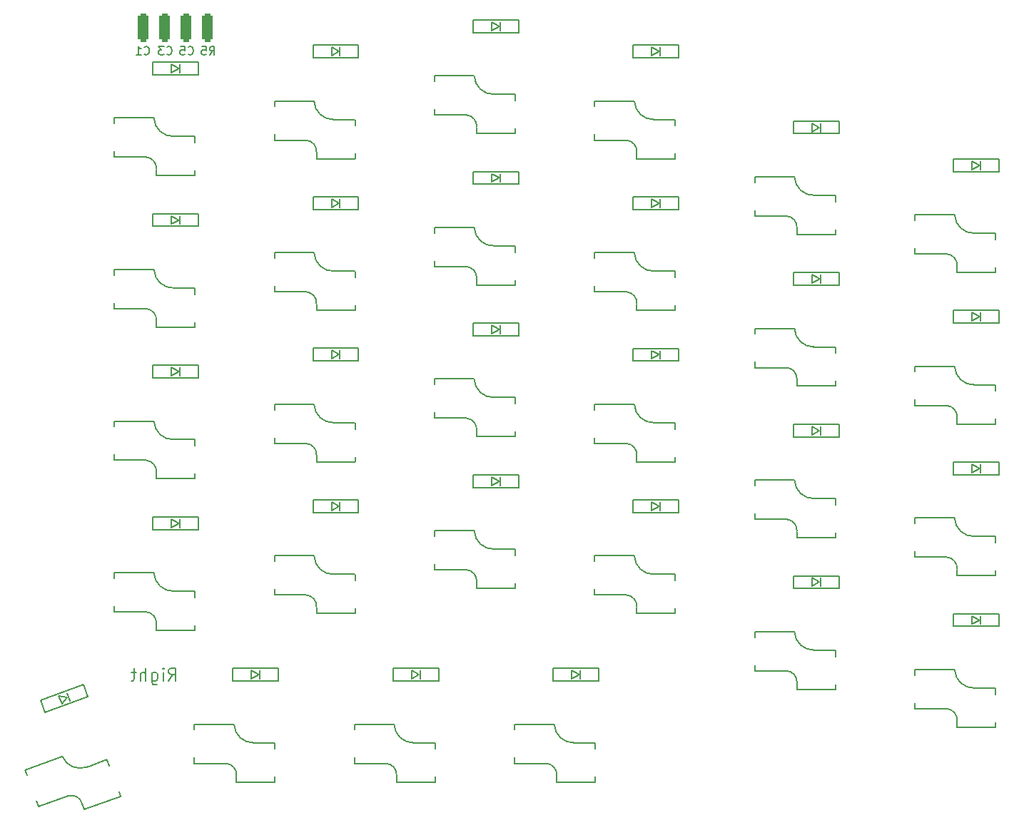
<source format=gbo>
%TF.GenerationSoftware,KiCad,Pcbnew,7.0.1-0*%
%TF.CreationDate,2023-04-06T16:29:47+08:00*%
%TF.ProjectId,Input,496e7075-742e-46b6-9963-61645f706362,2*%
%TF.SameCoordinates,PX7bfa480PY6052340*%
%TF.FileFunction,Legend,Bot*%
%TF.FilePolarity,Positive*%
%FSLAX46Y46*%
G04 Gerber Fmt 4.6, Leading zero omitted, Abs format (unit mm)*
G04 Created by KiCad (PCBNEW 7.0.1-0) date 2023-04-06 16:29:47*
%MOMM*%
%LPD*%
G01*
G04 APERTURE LIST*
G04 Aperture macros list*
%AMRoundRect*
0 Rectangle with rounded corners*
0 $1 Rounding radius*
0 $2 $3 $4 $5 $6 $7 $8 $9 X,Y pos of 4 corners*
0 Add a 4 corners polygon primitive as box body*
4,1,4,$2,$3,$4,$5,$6,$7,$8,$9,$2,$3,0*
0 Add four circle primitives for the rounded corners*
1,1,$1+$1,$2,$3*
1,1,$1+$1,$4,$5*
1,1,$1+$1,$6,$7*
1,1,$1+$1,$8,$9*
0 Add four rect primitives between the rounded corners*
20,1,$1+$1,$2,$3,$4,$5,0*
20,1,$1+$1,$4,$5,$6,$7,0*
20,1,$1+$1,$6,$7,$8,$9,0*
20,1,$1+$1,$8,$9,$2,$3,0*%
%AMRotRect*
0 Rectangle, with rotation*
0 The origin of the aperture is its center*
0 $1 length*
0 $2 width*
0 $3 Rotation angle, in degrees counterclockwise*
0 Add horizontal line*
21,1,$1,$2,0,0,$3*%
G04 Aperture macros list end*
%ADD10C,0.150000*%
%ADD11C,0.200000*%
%ADD12C,0.010000*%
%ADD13C,3.000000*%
%ADD14C,3.200000*%
%ADD15RoundRect,0.317500X0.317500X1.397000X-0.317500X1.397000X-0.317500X-1.397000X0.317500X-1.397000X0*%
%ADD16C,1.700000*%
%ADD17R,2.000000X2.600000*%
%ADD18R,1.400000X1.000000*%
%ADD19RotRect,2.000000X2.600000X20.000000*%
%ADD20RotRect,1.400000X1.000000X200.000000*%
G04 APERTURE END LIST*
D10*
X-3722334Y42212620D02*
X-3674715Y42165000D01*
X-3674715Y42165000D02*
X-3531858Y42117381D01*
X-3531858Y42117381D02*
X-3436620Y42117381D01*
X-3436620Y42117381D02*
X-3293763Y42165000D01*
X-3293763Y42165000D02*
X-3198525Y42260239D01*
X-3198525Y42260239D02*
X-3150906Y42355477D01*
X-3150906Y42355477D02*
X-3103287Y42545953D01*
X-3103287Y42545953D02*
X-3103287Y42688810D01*
X-3103287Y42688810D02*
X-3150906Y42879286D01*
X-3150906Y42879286D02*
X-3198525Y42974524D01*
X-3198525Y42974524D02*
X-3293763Y43069762D01*
X-3293763Y43069762D02*
X-3436620Y43117381D01*
X-3436620Y43117381D02*
X-3531858Y43117381D01*
X-3531858Y43117381D02*
X-3674715Y43069762D01*
X-3674715Y43069762D02*
X-3722334Y43022143D01*
X-4674715Y42117381D02*
X-4103287Y42117381D01*
X-4389001Y42117381D02*
X-4389001Y43117381D01*
X-4389001Y43117381D02*
X-4293763Y42974524D01*
X-4293763Y42974524D02*
X-4198525Y42879286D01*
X-4198525Y42879286D02*
X-4103287Y42831667D01*
X-1055334Y42212620D02*
X-1007715Y42165000D01*
X-1007715Y42165000D02*
X-864858Y42117381D01*
X-864858Y42117381D02*
X-769620Y42117381D01*
X-769620Y42117381D02*
X-626763Y42165000D01*
X-626763Y42165000D02*
X-531525Y42260239D01*
X-531525Y42260239D02*
X-483906Y42355477D01*
X-483906Y42355477D02*
X-436287Y42545953D01*
X-436287Y42545953D02*
X-436287Y42688810D01*
X-436287Y42688810D02*
X-483906Y42879286D01*
X-483906Y42879286D02*
X-531525Y42974524D01*
X-531525Y42974524D02*
X-626763Y43069762D01*
X-626763Y43069762D02*
X-769620Y43117381D01*
X-769620Y43117381D02*
X-864858Y43117381D01*
X-864858Y43117381D02*
X-1007715Y43069762D01*
X-1007715Y43069762D02*
X-1055334Y43022143D01*
X-1388668Y43117381D02*
X-2007715Y43117381D01*
X-2007715Y43117381D02*
X-1674382Y42736429D01*
X-1674382Y42736429D02*
X-1817239Y42736429D01*
X-1817239Y42736429D02*
X-1912477Y42688810D01*
X-1912477Y42688810D02*
X-1960096Y42641191D01*
X-1960096Y42641191D02*
X-2007715Y42545953D01*
X-2007715Y42545953D02*
X-2007715Y42307858D01*
X-2007715Y42307858D02*
X-1960096Y42212620D01*
X-1960096Y42212620D02*
X-1912477Y42165000D01*
X-1912477Y42165000D02*
X-1817239Y42117381D01*
X-1817239Y42117381D02*
X-1531525Y42117381D01*
X-1531525Y42117381D02*
X-1436287Y42165000D01*
X-1436287Y42165000D02*
X-1388668Y42212620D01*
D11*
X-821429Y-32193928D02*
X-321429Y-31479642D01*
X35714Y-32193928D02*
X35714Y-30693928D01*
X35714Y-30693928D02*
X-535715Y-30693928D01*
X-535715Y-30693928D02*
X-678572Y-30765357D01*
X-678572Y-30765357D02*
X-750001Y-30836785D01*
X-750001Y-30836785D02*
X-821429Y-30979642D01*
X-821429Y-30979642D02*
X-821429Y-31193928D01*
X-821429Y-31193928D02*
X-750001Y-31336785D01*
X-750001Y-31336785D02*
X-678572Y-31408214D01*
X-678572Y-31408214D02*
X-535715Y-31479642D01*
X-535715Y-31479642D02*
X35714Y-31479642D01*
X-1464286Y-32193928D02*
X-1464286Y-31193928D01*
X-1464286Y-30693928D02*
X-1392858Y-30765357D01*
X-1392858Y-30765357D02*
X-1464286Y-30836785D01*
X-1464286Y-30836785D02*
X-1535715Y-30765357D01*
X-1535715Y-30765357D02*
X-1464286Y-30693928D01*
X-1464286Y-30693928D02*
X-1464286Y-30836785D01*
X-2821429Y-31193928D02*
X-2821429Y-32408214D01*
X-2821429Y-32408214D02*
X-2750001Y-32551071D01*
X-2750001Y-32551071D02*
X-2678572Y-32622500D01*
X-2678572Y-32622500D02*
X-2535715Y-32693928D01*
X-2535715Y-32693928D02*
X-2321429Y-32693928D01*
X-2321429Y-32693928D02*
X-2178572Y-32622500D01*
X-2821429Y-32122500D02*
X-2678572Y-32193928D01*
X-2678572Y-32193928D02*
X-2392858Y-32193928D01*
X-2392858Y-32193928D02*
X-2250001Y-32122500D01*
X-2250001Y-32122500D02*
X-2178572Y-32051071D01*
X-2178572Y-32051071D02*
X-2107144Y-31908214D01*
X-2107144Y-31908214D02*
X-2107144Y-31479642D01*
X-2107144Y-31479642D02*
X-2178572Y-31336785D01*
X-2178572Y-31336785D02*
X-2250001Y-31265357D01*
X-2250001Y-31265357D02*
X-2392858Y-31193928D01*
X-2392858Y-31193928D02*
X-2678572Y-31193928D01*
X-2678572Y-31193928D02*
X-2821429Y-31265357D01*
X-3535715Y-32193928D02*
X-3535715Y-30693928D01*
X-4178572Y-32193928D02*
X-4178572Y-31408214D01*
X-4178572Y-31408214D02*
X-4107144Y-31265357D01*
X-4107144Y-31265357D02*
X-3964287Y-31193928D01*
X-3964287Y-31193928D02*
X-3750001Y-31193928D01*
X-3750001Y-31193928D02*
X-3607144Y-31265357D01*
X-3607144Y-31265357D02*
X-3535715Y-31336785D01*
X-4678573Y-31193928D02*
X-5250001Y-31193928D01*
X-4892858Y-30693928D02*
X-4892858Y-31979642D01*
X-4892858Y-31979642D02*
X-4964287Y-32122500D01*
X-4964287Y-32122500D02*
X-5107144Y-32193928D01*
X-5107144Y-32193928D02*
X-5250001Y-32193928D01*
D10*
X4024666Y42117381D02*
X4357999Y42593572D01*
X4596094Y42117381D02*
X4596094Y43117381D01*
X4596094Y43117381D02*
X4215142Y43117381D01*
X4215142Y43117381D02*
X4119904Y43069762D01*
X4119904Y43069762D02*
X4072285Y43022143D01*
X4072285Y43022143D02*
X4024666Y42926905D01*
X4024666Y42926905D02*
X4024666Y42784048D01*
X4024666Y42784048D02*
X4072285Y42688810D01*
X4072285Y42688810D02*
X4119904Y42641191D01*
X4119904Y42641191D02*
X4215142Y42593572D01*
X4215142Y42593572D02*
X4596094Y42593572D01*
X3119904Y43117381D02*
X3596094Y43117381D01*
X3596094Y43117381D02*
X3643713Y42641191D01*
X3643713Y42641191D02*
X3596094Y42688810D01*
X3596094Y42688810D02*
X3500856Y42736429D01*
X3500856Y42736429D02*
X3262761Y42736429D01*
X3262761Y42736429D02*
X3167523Y42688810D01*
X3167523Y42688810D02*
X3119904Y42641191D01*
X3119904Y42641191D02*
X3072285Y42545953D01*
X3072285Y42545953D02*
X3072285Y42307858D01*
X3072285Y42307858D02*
X3119904Y42212620D01*
X3119904Y42212620D02*
X3167523Y42165000D01*
X3167523Y42165000D02*
X3262761Y42117381D01*
X3262761Y42117381D02*
X3500856Y42117381D01*
X3500856Y42117381D02*
X3596094Y42165000D01*
X3596094Y42165000D02*
X3643713Y42212620D01*
X1484666Y42212620D02*
X1532285Y42165000D01*
X1532285Y42165000D02*
X1675142Y42117381D01*
X1675142Y42117381D02*
X1770380Y42117381D01*
X1770380Y42117381D02*
X1913237Y42165000D01*
X1913237Y42165000D02*
X2008475Y42260239D01*
X2008475Y42260239D02*
X2056094Y42355477D01*
X2056094Y42355477D02*
X2103713Y42545953D01*
X2103713Y42545953D02*
X2103713Y42688810D01*
X2103713Y42688810D02*
X2056094Y42879286D01*
X2056094Y42879286D02*
X2008475Y42974524D01*
X2008475Y42974524D02*
X1913237Y43069762D01*
X1913237Y43069762D02*
X1770380Y43117381D01*
X1770380Y43117381D02*
X1675142Y43117381D01*
X1675142Y43117381D02*
X1532285Y43069762D01*
X1532285Y43069762D02*
X1484666Y43022143D01*
X579904Y43117381D02*
X1056094Y43117381D01*
X1056094Y43117381D02*
X1103713Y42641191D01*
X1103713Y42641191D02*
X1056094Y42688810D01*
X1056094Y42688810D02*
X960856Y42736429D01*
X960856Y42736429D02*
X722761Y42736429D01*
X722761Y42736429D02*
X627523Y42688810D01*
X627523Y42688810D02*
X579904Y42641191D01*
X579904Y42641191D02*
X532285Y42545953D01*
X532285Y42545953D02*
X532285Y42307858D01*
X532285Y42307858D02*
X579904Y42212620D01*
X579904Y42212620D02*
X627523Y42165000D01*
X627523Y42165000D02*
X722761Y42117381D01*
X722761Y42117381D02*
X960856Y42117381D01*
X960856Y42117381D02*
X1056094Y42165000D01*
X1056094Y42165000D02*
X1103713Y42212620D01*
%TO.C,SW20*%
X21300000Y12380000D02*
X21300000Y11800000D01*
X21300000Y15682000D02*
X21300000Y15682000D01*
X21300000Y16400000D02*
X21300000Y15682000D01*
X21275000Y11775000D02*
X16725000Y11775000D01*
X21275000Y16425000D02*
X18725000Y16425000D01*
X16720000Y12500000D02*
X16720000Y11800000D01*
X16425000Y18625000D02*
X11725000Y18625000D01*
X15500000Y13975000D02*
X11725000Y13975000D01*
X11725000Y14666000D02*
X11725000Y13975000D01*
X11725000Y18625000D02*
X11725000Y17968000D01*
X16430001Y18600000D02*
G75*
G03*
X18800000Y16430001I2269999J100000D01*
G01*
X16720000Y12550000D02*
G75*
G03*
X15500000Y13970000I-1320000J100000D01*
G01*
%TO.C,D11*%
X78700000Y32750000D02*
X73300000Y32750000D01*
X78700000Y34250000D02*
X78700000Y32750000D01*
X76500000Y34000000D02*
X76500000Y33000000D01*
X76400000Y33500000D02*
X75500000Y34000000D01*
X75500000Y33000000D02*
X76400000Y33500000D01*
X75500000Y34000000D02*
X75500000Y33000000D01*
X73300000Y34250000D02*
X78700000Y34250000D01*
X73300000Y34250000D02*
X73300000Y32750000D01*
%TO.C,D47*%
X78700000Y-21250000D02*
X73300000Y-21250000D01*
X78700000Y-19750000D02*
X78700000Y-21250000D01*
X76500000Y-20000000D02*
X76500000Y-21000000D01*
X76400000Y-20500000D02*
X75500000Y-20000000D01*
X75500000Y-21000000D02*
X76400000Y-20500000D01*
X75500000Y-20000000D02*
X75500000Y-21000000D01*
X73300000Y-19750000D02*
X78700000Y-19750000D01*
X73300000Y-19750000D02*
X73300000Y-21250000D01*
%TO.C,SW8*%
X21300000Y30380002D02*
X21300000Y29800002D01*
X21300000Y33682002D02*
X21300000Y33682002D01*
X21300000Y34400002D02*
X21300000Y33682002D01*
X21275000Y29775002D02*
X16725000Y29775002D01*
X21275000Y34425002D02*
X18725000Y34425002D01*
X16720000Y30500002D02*
X16720000Y29800002D01*
X16425000Y36625002D02*
X11725000Y36625002D01*
X15500000Y31975002D02*
X11725000Y31975002D01*
X11725000Y32666002D02*
X11725000Y31975002D01*
X11725000Y36625002D02*
X11725000Y35968002D01*
X16430001Y36600002D02*
G75*
G03*
X18800000Y34430003I2269999J100000D01*
G01*
X16720000Y30550002D02*
G75*
G03*
X15500000Y31970002I-1320000J100000D01*
G01*
%TO.C,D32*%
X21700000Y5775000D02*
X16300000Y5775000D01*
X21700000Y7275000D02*
X21700000Y5775000D01*
X19500000Y7025000D02*
X19500000Y6025000D01*
X19400000Y6525000D02*
X18500000Y7025000D01*
X18500000Y6025000D02*
X19400000Y6525000D01*
X18500000Y7025000D02*
X18500000Y6025000D01*
X16300000Y7275000D02*
X21700000Y7275000D01*
X16300000Y7275000D02*
X16300000Y5775000D01*
%TO.C,SW11*%
X78300000Y21380000D02*
X78300000Y20800000D01*
X78300000Y24682000D02*
X78300000Y24682000D01*
X78300000Y25400000D02*
X78300000Y24682000D01*
X78275000Y20775000D02*
X73725000Y20775000D01*
X78275000Y25425000D02*
X75725000Y25425000D01*
X73720000Y21500000D02*
X73720000Y20800000D01*
X73425000Y27625000D02*
X68725000Y27625000D01*
X72500000Y22975000D02*
X68725000Y22975000D01*
X68725000Y23666000D02*
X68725000Y22975000D01*
X68725000Y27625000D02*
X68725000Y26968000D01*
X73430001Y27600000D02*
G75*
G03*
X75800000Y25430001I2269999J100000D01*
G01*
X73720000Y21550000D02*
G75*
G03*
X72500000Y22970000I-1320000J100000D01*
G01*
%TO.C,SW12*%
X97300000Y16880000D02*
X97300000Y16300000D01*
X97300000Y20182000D02*
X97300000Y20182000D01*
X97300000Y20900000D02*
X97300000Y20182000D01*
X97275000Y16275000D02*
X92725000Y16275000D01*
X97275000Y20925000D02*
X94725000Y20925000D01*
X92720000Y17000000D02*
X92720000Y16300000D01*
X92425000Y23125000D02*
X87725000Y23125000D01*
X91500000Y18475000D02*
X87725000Y18475000D01*
X87725000Y19166000D02*
X87725000Y18475000D01*
X87725000Y23125000D02*
X87725000Y22468000D01*
X92430001Y23100000D02*
G75*
G03*
X94800000Y20930001I2269999J100000D01*
G01*
X92720000Y17050000D02*
G75*
G03*
X91500000Y18470000I-1320000J100000D01*
G01*
%TO.C,SW7*%
X2300000Y28380000D02*
X2300000Y27800000D01*
X2300000Y31682000D02*
X2300000Y31682000D01*
X2300000Y32400000D02*
X2300000Y31682000D01*
X2275000Y27775000D02*
X-2275000Y27775000D01*
X2275000Y32425000D02*
X-275000Y32425000D01*
X-2280000Y28500000D02*
X-2280000Y27800000D01*
X-2575000Y34625000D02*
X-7275000Y34625000D01*
X-3500000Y29975000D02*
X-7275000Y29975000D01*
X-7275000Y30666000D02*
X-7275000Y29975000D01*
X-7275000Y34625000D02*
X-7275000Y33968000D01*
X-2569999Y34600000D02*
G75*
G03*
X-200000Y32430001I2269999J100000D01*
G01*
X-2280000Y28550000D02*
G75*
G03*
X-3500000Y29970000I-1320000J100000D01*
G01*
%TO.C,SW22*%
X59300000Y12380000D02*
X59300000Y11800000D01*
X59300000Y15682000D02*
X59300000Y15682000D01*
X59300000Y16400000D02*
X59300000Y15682000D01*
X59275000Y11775000D02*
X54725000Y11775000D01*
X59275000Y16425000D02*
X56725000Y16425000D01*
X54720000Y12500000D02*
X54720000Y11800000D01*
X54425000Y18625000D02*
X49725000Y18625000D01*
X53500000Y13975000D02*
X49725000Y13975000D01*
X49725000Y14666000D02*
X49725000Y13975000D01*
X49725000Y18625000D02*
X49725000Y17968000D01*
X54430001Y18600000D02*
G75*
G03*
X56800000Y16430001I2269999J100000D01*
G01*
X54720000Y12550000D02*
G75*
G03*
X53500000Y13970000I-1320000J100000D01*
G01*
%TO.C,D21*%
X40700000Y26750000D02*
X35300000Y26750000D01*
X40700000Y28250000D02*
X40700000Y26750000D01*
X38500000Y28000000D02*
X38500000Y27000000D01*
X38400000Y27500000D02*
X37500000Y28000000D01*
X37500000Y27000000D02*
X38400000Y27500000D01*
X37500000Y28000000D02*
X37500000Y27000000D01*
X35300000Y28250000D02*
X40700000Y28250000D01*
X35300000Y28250000D02*
X35300000Y26750000D01*
%TO.C,SW58*%
X49800000Y-43620000D02*
X49800000Y-44200000D01*
X49800000Y-40318000D02*
X49800000Y-40318000D01*
X49800000Y-39600000D02*
X49800000Y-40318000D01*
X49775000Y-44225000D02*
X45225000Y-44225000D01*
X49775000Y-39575000D02*
X47225000Y-39575000D01*
X45220000Y-43500000D02*
X45220000Y-44200000D01*
X44925000Y-37375000D02*
X40225000Y-37375000D01*
X44000000Y-42025000D02*
X40225000Y-42025000D01*
X40225000Y-41334000D02*
X40225000Y-42025000D01*
X40225000Y-37375000D02*
X40225000Y-38032000D01*
X44930001Y-37400000D02*
G75*
G03*
X47300000Y-39569999I2269999J100000D01*
G01*
X45220000Y-43450000D02*
G75*
G03*
X44000000Y-42030000I-1320000J100000D01*
G01*
%TO.C,D56*%
X12200000Y-32250000D02*
X6800000Y-32250000D01*
X12200000Y-30750000D02*
X12200000Y-32250000D01*
X10000000Y-31000000D02*
X10000000Y-32000000D01*
X9900000Y-31500000D02*
X9000000Y-31000000D01*
X9000000Y-32000000D02*
X9900000Y-31500000D01*
X9000000Y-31000000D02*
X9000000Y-32000000D01*
X6800000Y-30750000D02*
X12200000Y-30750000D01*
X6800000Y-30750000D02*
X6800000Y-32250000D01*
%TO.C,D57*%
X31199984Y-32250000D02*
X25799984Y-32250000D01*
X31199984Y-30750000D02*
X31199984Y-32250000D01*
X28999984Y-31000000D02*
X28999984Y-32000000D01*
X28899984Y-31500000D02*
X27999984Y-31000000D01*
X27999984Y-32000000D02*
X28899984Y-31500000D01*
X27999984Y-31000000D02*
X27999984Y-32000000D01*
X25799984Y-30750000D02*
X31199984Y-30750000D01*
X25799984Y-30750000D02*
X25799984Y-32250000D01*
%TO.C,SW44*%
X21300000Y-23620000D02*
X21300000Y-24200000D01*
X21300000Y-20318000D02*
X21300000Y-20318000D01*
X21300000Y-19600000D02*
X21300000Y-20318000D01*
X21275000Y-24225000D02*
X16725000Y-24225000D01*
X21275000Y-19575000D02*
X18725000Y-19575000D01*
X16720000Y-23500000D02*
X16720000Y-24200000D01*
X16425000Y-17375000D02*
X11725000Y-17375000D01*
X15500000Y-22025000D02*
X11725000Y-22025000D01*
X11725000Y-21334000D02*
X11725000Y-22025000D01*
X11725000Y-17375000D02*
X11725000Y-18032000D01*
X16430001Y-17400000D02*
G75*
G03*
X18800000Y-19569999I2269999J100000D01*
G01*
X16720000Y-23450000D02*
G75*
G03*
X15500000Y-22030000I-1320000J100000D01*
G01*
%TO.C,SW36*%
X97300000Y-19120000D02*
X97300000Y-19700000D01*
X97300000Y-15818000D02*
X97300000Y-15818000D01*
X97300000Y-15100000D02*
X97300000Y-15818000D01*
X97275000Y-19725000D02*
X92725000Y-19725000D01*
X97275000Y-15075000D02*
X94725000Y-15075000D01*
X92720000Y-19000000D02*
X92720000Y-19700000D01*
X92425000Y-12875000D02*
X87725000Y-12875000D01*
X91500000Y-17525000D02*
X87725000Y-17525000D01*
X87725000Y-16834000D02*
X87725000Y-17525000D01*
X87725000Y-12875000D02*
X87725000Y-13532000D01*
X92430001Y-12900000D02*
G75*
G03*
X94800000Y-15069999I2269999J100000D01*
G01*
X92720000Y-18950000D02*
G75*
G03*
X91500000Y-17530000I-1320000J100000D01*
G01*
%TO.C,D23*%
X78750000Y14750000D02*
X73350000Y14750000D01*
X78750000Y16250000D02*
X78750000Y14750000D01*
X76550000Y16000000D02*
X76550000Y15000000D01*
X76450000Y15500000D02*
X75550000Y16000000D01*
X75550000Y15000000D02*
X76450000Y15500000D01*
X75550000Y16000000D02*
X75550000Y15000000D01*
X73350000Y16250000D02*
X78750000Y16250000D01*
X73350000Y16250000D02*
X73350000Y14750000D01*
%TO.C,SW34*%
X59300000Y-5620000D02*
X59300000Y-6200000D01*
X59300000Y-2318000D02*
X59300000Y-2318000D01*
X59300000Y-1600000D02*
X59300000Y-2318000D01*
X59275000Y-6225000D02*
X54725000Y-6225000D01*
X59275000Y-1575000D02*
X56725000Y-1575000D01*
X54720000Y-5500000D02*
X54720000Y-6200000D01*
X54425000Y625000D02*
X49725000Y625000D01*
X53500000Y-4025000D02*
X49725000Y-4025000D01*
X49725000Y-3334000D02*
X49725000Y-4025000D01*
X49725000Y625000D02*
X49725000Y-32000D01*
X54430001Y600000D02*
G75*
G03*
X56800000Y-1569999I2269999J100000D01*
G01*
X54720000Y-5450000D02*
G75*
G03*
X53500000Y-4030000I-1320000J100000D01*
G01*
%TO.C,D31*%
X2699998Y3749997D02*
X-2700002Y3749997D01*
X2699998Y5249997D02*
X2699998Y3749997D01*
X499998Y4999997D02*
X499998Y3999997D01*
X399998Y4499997D02*
X-500002Y4999997D01*
X-500002Y3999997D02*
X399998Y4499997D01*
X-500002Y4999997D02*
X-500002Y3999997D01*
X-2700002Y5249997D02*
X2699998Y5249997D01*
X-2700002Y5249997D02*
X-2700002Y3749997D01*
%TO.C,SW55*%
X-6732517Y-45373811D02*
X-6534146Y-45918833D01*
X-7861868Y-42270946D02*
X-7861868Y-42270946D01*
X-8107438Y-41596247D02*
X-7861868Y-42270946D01*
X-6549088Y-45950876D02*
X-10824689Y-47507068D01*
X-8139481Y-41581305D02*
X-10535697Y-42453457D01*
X-11077352Y-46827501D02*
X-10837938Y-47485285D01*
X-13449435Y-41172779D02*
X-17865990Y-42780274D01*
X-12728257Y-45858719D02*
X-16275596Y-47149845D01*
X-16511932Y-46500517D02*
X-16275596Y-47149845D01*
X-17865990Y-42780274D02*
X-17641283Y-43397652D01*
X-13436187Y-41194561D02*
G75*
G03*
X-10466931Y-42423107I2098901J870355D01*
G01*
X-11094453Y-46780516D02*
G75*
G03*
X-12726547Y-45863417I-1274596J-357497D01*
G01*
%TO.C,D46*%
X59700000Y-12250000D02*
X54300000Y-12250000D01*
X59700000Y-10750000D02*
X59700000Y-12250000D01*
X57500000Y-11000000D02*
X57500000Y-12000000D01*
X57400000Y-11500000D02*
X56500000Y-11000000D01*
X56500000Y-12000000D02*
X57400000Y-11500000D01*
X56500000Y-11000000D02*
X56500000Y-12000000D01*
X54300000Y-10750000D02*
X59700000Y-10750000D01*
X54300000Y-10750000D02*
X54300000Y-12250000D01*
%TO.C,D8*%
X21700000Y41750000D02*
X16300000Y41750000D01*
X21700000Y43250000D02*
X21700000Y41750000D01*
X19500000Y43000000D02*
X19500000Y42000000D01*
X19400000Y42500000D02*
X18500000Y43000000D01*
X18500000Y42000000D02*
X19400000Y42500000D01*
X18500000Y43000000D02*
X18500000Y42000000D01*
X16300000Y43250000D02*
X21700000Y43250000D01*
X16300000Y43250000D02*
X16300000Y41750000D01*
%TO.C,SW9*%
X40300000Y33379997D02*
X40300000Y32799997D01*
X40300000Y36681997D02*
X40300000Y36681997D01*
X40300000Y37399997D02*
X40300000Y36681997D01*
X40275000Y32774997D02*
X35725000Y32774997D01*
X40275000Y37424997D02*
X37725000Y37424997D01*
X35720000Y33499997D02*
X35720000Y32799997D01*
X35425000Y39624997D02*
X30725000Y39624997D01*
X34500000Y34974997D02*
X30725000Y34974997D01*
X30725000Y35665997D02*
X30725000Y34974997D01*
X30725000Y39624997D02*
X30725000Y38967997D01*
X35430001Y39599997D02*
G75*
G03*
X37800000Y37429998I2269999J100000D01*
G01*
X35720000Y33549997D02*
G75*
G03*
X34500000Y34969997I-1320000J100000D01*
G01*
%TO.C,SW21*%
X40300000Y15380000D02*
X40300000Y14800000D01*
X40300000Y18682000D02*
X40300000Y18682000D01*
X40300000Y19400000D02*
X40300000Y18682000D01*
X40275000Y14775000D02*
X35725000Y14775000D01*
X40275000Y19425000D02*
X37725000Y19425000D01*
X35720000Y15500000D02*
X35720000Y14800000D01*
X35425000Y21625000D02*
X30725000Y21625000D01*
X34500000Y16975000D02*
X30725000Y16975000D01*
X30725000Y17666000D02*
X30725000Y16975000D01*
X30725000Y21625000D02*
X30725000Y20968000D01*
X35430001Y21600000D02*
G75*
G03*
X37800000Y19430001I2269999J100000D01*
G01*
X35720000Y15550000D02*
G75*
G03*
X34500000Y16970000I-1320000J100000D01*
G01*
%TO.C,SW19*%
X2300000Y10380000D02*
X2300000Y9800000D01*
X2300000Y13682000D02*
X2300000Y13682000D01*
X2300000Y14400000D02*
X2300000Y13682000D01*
X2275000Y9775000D02*
X-2275000Y9775000D01*
X2275000Y14425000D02*
X-275000Y14425000D01*
X-2280000Y10500000D02*
X-2280000Y9800000D01*
X-2575000Y16625000D02*
X-7275000Y16625000D01*
X-3500000Y11975000D02*
X-7275000Y11975000D01*
X-7275000Y12666000D02*
X-7275000Y11975000D01*
X-7275000Y16625000D02*
X-7275000Y15968000D01*
X-2569999Y16600000D02*
G75*
G03*
X-200000Y14430001I2269999J100000D01*
G01*
X-2280000Y10550000D02*
G75*
G03*
X-3500000Y11970000I-1320000J100000D01*
G01*
%TO.C,D44*%
X21700000Y-12250000D02*
X16300000Y-12250000D01*
X21700000Y-10750000D02*
X21700000Y-12250000D01*
X19500000Y-11000000D02*
X19500000Y-12000000D01*
X19400000Y-11500000D02*
X18500000Y-11000000D01*
X18500000Y-12000000D02*
X19400000Y-11500000D01*
X18500000Y-11000000D02*
X18500000Y-12000000D01*
X16300000Y-10750000D02*
X21700000Y-10750000D01*
X16300000Y-10750000D02*
X16300000Y-12250000D01*
%TO.C,D24*%
X97700000Y10250000D02*
X92300000Y10250000D01*
X97700000Y11750000D02*
X97700000Y10250000D01*
X95500000Y11500000D02*
X95500000Y10500000D01*
X95400000Y11000000D02*
X94500000Y11500000D01*
X94500000Y10500000D02*
X95400000Y11000000D01*
X94500000Y11500000D02*
X94500000Y10500000D01*
X92300000Y11750000D02*
X97700000Y11750000D01*
X92300000Y11750000D02*
X92300000Y10250000D01*
%TO.C,SW45*%
X40300000Y-20620000D02*
X40300000Y-21200000D01*
X40300000Y-17318000D02*
X40300000Y-17318000D01*
X40300000Y-16600000D02*
X40300000Y-17318000D01*
X40275000Y-21225000D02*
X35725000Y-21225000D01*
X40275000Y-16575000D02*
X37725000Y-16575000D01*
X35720000Y-20500000D02*
X35720000Y-21200000D01*
X35425000Y-14375000D02*
X30725000Y-14375000D01*
X34500000Y-19025000D02*
X30725000Y-19025000D01*
X30725000Y-18334000D02*
X30725000Y-19025000D01*
X30725000Y-14375000D02*
X30725000Y-15032000D01*
X35430001Y-14400000D02*
G75*
G03*
X37800000Y-16569999I2269999J100000D01*
G01*
X35720000Y-20450000D02*
G75*
G03*
X34500000Y-19030000I-1320000J100000D01*
G01*
%TO.C,D35*%
X78700000Y-3250000D02*
X73300000Y-3250000D01*
X78700000Y-1750000D02*
X78700000Y-3250000D01*
X76500000Y-2000000D02*
X76500000Y-3000000D01*
X76400000Y-2500000D02*
X75500000Y-2000000D01*
X75500000Y-3000000D02*
X76400000Y-2500000D01*
X75500000Y-2000000D02*
X75500000Y-3000000D01*
X73300000Y-1750000D02*
X78700000Y-1750000D01*
X73300000Y-1750000D02*
X73300000Y-3250000D01*
%TO.C,D43*%
X2699998Y-14250003D02*
X-2700002Y-14250003D01*
X2699998Y-12750003D02*
X2699998Y-14250003D01*
X499998Y-13000003D02*
X499998Y-14000003D01*
X399998Y-13500003D02*
X-500002Y-13000003D01*
X-500002Y-14000003D02*
X399998Y-13500003D01*
X-500002Y-13000003D02*
X-500002Y-14000003D01*
X-2700002Y-12750003D02*
X2699998Y-12750003D01*
X-2700002Y-12750003D02*
X-2700002Y-14250003D01*
%TO.C,D9*%
X40700000Y44750000D02*
X35300000Y44750000D01*
X40700000Y46250000D02*
X40700000Y44750000D01*
X38500000Y46000000D02*
X38500000Y45000000D01*
X38400000Y45500000D02*
X37500000Y46000000D01*
X37500000Y45000000D02*
X38400000Y45500000D01*
X37500000Y46000000D02*
X37500000Y45000000D01*
X35300000Y46250000D02*
X40700000Y46250000D01*
X35300000Y46250000D02*
X35300000Y44750000D01*
%TO.C,SW33*%
X40300000Y-2620000D02*
X40300000Y-3200000D01*
X40300000Y682000D02*
X40300000Y682000D01*
X40300000Y1400000D02*
X40300000Y682000D01*
X40275000Y-3225000D02*
X35725000Y-3225000D01*
X40275000Y1425000D02*
X37725000Y1425000D01*
X35720000Y-2500000D02*
X35720000Y-3200000D01*
X35425000Y3625000D02*
X30725000Y3625000D01*
X34500000Y-1025000D02*
X30725000Y-1025000D01*
X30725000Y-334000D02*
X30725000Y-1025000D01*
X30725000Y3625000D02*
X30725000Y2968000D01*
X35430001Y3600000D02*
G75*
G03*
X37800000Y1430001I2269999J100000D01*
G01*
X35720000Y-2450000D02*
G75*
G03*
X34500000Y-1030000I-1320000J100000D01*
G01*
%TO.C,SW24*%
X97300000Y-1120000D02*
X97300000Y-1700000D01*
X97300000Y2182000D02*
X97300000Y2182000D01*
X97300000Y2900000D02*
X97300000Y2182000D01*
X97275000Y-1725000D02*
X92725000Y-1725000D01*
X97275000Y2925000D02*
X94725000Y2925000D01*
X92720000Y-1000000D02*
X92720000Y-1700000D01*
X92425000Y5125000D02*
X87725000Y5125000D01*
X91500000Y475000D02*
X87725000Y475000D01*
X87725000Y1166000D02*
X87725000Y475000D01*
X87725000Y5125000D02*
X87725000Y4468000D01*
X92430001Y5100000D02*
G75*
G03*
X94800000Y2930001I2269999J100000D01*
G01*
X92720000Y-950000D02*
G75*
G03*
X91500000Y470000I-1320000J100000D01*
G01*
%TO.C,SW47*%
X78300000Y-32620000D02*
X78300000Y-33200000D01*
X78300000Y-29318000D02*
X78300000Y-29318000D01*
X78300000Y-28600000D02*
X78300000Y-29318000D01*
X78275000Y-33225000D02*
X73725000Y-33225000D01*
X78275000Y-28575000D02*
X75725000Y-28575000D01*
X73720000Y-32500000D02*
X73720000Y-33200000D01*
X73425000Y-26375000D02*
X68725000Y-26375000D01*
X72500000Y-31025000D02*
X68725000Y-31025000D01*
X68725000Y-30334000D02*
X68725000Y-31025000D01*
X68725000Y-26375000D02*
X68725000Y-27032000D01*
X73430001Y-26400000D02*
G75*
G03*
X75800000Y-28569999I2269999J100000D01*
G01*
X73720000Y-32450000D02*
G75*
G03*
X72500000Y-31030000I-1320000J100000D01*
G01*
%TO.C,D7*%
X2700000Y39750000D02*
X-2700000Y39750000D01*
X2700000Y41250000D02*
X2700000Y39750000D01*
X500000Y41000000D02*
X500000Y40000000D01*
X400000Y40500000D02*
X-500000Y41000000D01*
X-500000Y40000000D02*
X400000Y40500000D01*
X-500000Y41000000D02*
X-500000Y40000000D01*
X-2700000Y41250000D02*
X2700000Y41250000D01*
X-2700000Y41250000D02*
X-2700000Y39750000D01*
%TO.C,D19*%
X2700000Y21750000D02*
X-2700000Y21750000D01*
X2700000Y23250000D02*
X2700000Y21750000D01*
X500000Y23000000D02*
X500000Y22000000D01*
X400000Y22500000D02*
X-500000Y23000000D01*
X-500000Y22000000D02*
X400000Y22500000D01*
X-500000Y23000000D02*
X-500000Y22000000D01*
X-2700000Y23250000D02*
X2700000Y23250000D01*
X-2700000Y23250000D02*
X-2700000Y21750000D01*
%TO.C,SW32*%
X21300000Y-5620000D02*
X21300000Y-6200000D01*
X21300000Y-2318000D02*
X21300000Y-2318000D01*
X21300000Y-1600000D02*
X21300000Y-2318000D01*
X21275000Y-6225000D02*
X16725000Y-6225000D01*
X21275000Y-1575000D02*
X18725000Y-1575000D01*
X16720000Y-5500000D02*
X16720000Y-6200000D01*
X16425000Y625000D02*
X11725000Y625000D01*
X15500000Y-4025000D02*
X11725000Y-4025000D01*
X11725000Y-3334000D02*
X11725000Y-4025000D01*
X11725000Y625000D02*
X11725000Y-32000D01*
X16430001Y600000D02*
G75*
G03*
X18800000Y-1569999I2269999J100000D01*
G01*
X16720000Y-5450000D02*
G75*
G03*
X15500000Y-4030000I-1320000J100000D01*
G01*
%TO.C,SW10*%
X59300000Y30380000D02*
X59300000Y29800000D01*
X59300000Y33682000D02*
X59300000Y33682000D01*
X59300000Y34400000D02*
X59300000Y33682000D01*
X59275000Y29775000D02*
X54725000Y29775000D01*
X59275000Y34425000D02*
X56725000Y34425000D01*
X54720000Y30500000D02*
X54720000Y29800000D01*
X54425000Y36625000D02*
X49725000Y36625000D01*
X53500000Y31975000D02*
X49725000Y31975000D01*
X49725000Y32666000D02*
X49725000Y31975000D01*
X49725000Y36625000D02*
X49725000Y35968000D01*
X54430001Y36600000D02*
G75*
G03*
X56800000Y34430001I2269999J100000D01*
G01*
X54720000Y30550000D02*
G75*
G03*
X53500000Y31970000I-1320000J100000D01*
G01*
%TO.C,SW35*%
X78300000Y-14620000D02*
X78300000Y-15200000D01*
X78300000Y-11318000D02*
X78300000Y-11318000D01*
X78300000Y-10600000D02*
X78300000Y-11318000D01*
X78275000Y-15225000D02*
X73725000Y-15225000D01*
X78275000Y-10575000D02*
X75725000Y-10575000D01*
X73720000Y-14500000D02*
X73720000Y-15200000D01*
X73425000Y-8375000D02*
X68725000Y-8375000D01*
X72500000Y-13025000D02*
X68725000Y-13025000D01*
X68725000Y-12334000D02*
X68725000Y-13025000D01*
X68725000Y-8375000D02*
X68725000Y-9032000D01*
X73430001Y-8400000D02*
G75*
G03*
X75800000Y-10569999I2269999J100000D01*
G01*
X73720000Y-14450000D02*
G75*
G03*
X72500000Y-13030000I-1320000J100000D01*
G01*
%TO.C,SW43*%
X2300000Y-25620000D02*
X2300000Y-26200000D01*
X2300000Y-22318000D02*
X2300000Y-22318000D01*
X2300000Y-21600000D02*
X2300000Y-22318000D01*
X2275000Y-26225000D02*
X-2275000Y-26225000D01*
X2275000Y-21575000D02*
X-275000Y-21575000D01*
X-2280000Y-25500000D02*
X-2280000Y-26200000D01*
X-2575000Y-19375000D02*
X-7275000Y-19375000D01*
X-3500000Y-24025000D02*
X-7275000Y-24025000D01*
X-7275000Y-23334000D02*
X-7275000Y-24025000D01*
X-7275000Y-19375000D02*
X-7275000Y-20032000D01*
X-2569999Y-19400000D02*
G75*
G03*
X-200000Y-21569999I2269999J100000D01*
G01*
X-2280000Y-25450000D02*
G75*
G03*
X-3500000Y-24030000I-1320000J100000D01*
G01*
%TO.C,SW31*%
X2300000Y-7620000D02*
X2300000Y-8200000D01*
X2300000Y-4318000D02*
X2300000Y-4318000D01*
X2300000Y-3600000D02*
X2300000Y-4318000D01*
X2275000Y-8225000D02*
X-2275000Y-8225000D01*
X2275000Y-3575000D02*
X-275000Y-3575000D01*
X-2280000Y-7500000D02*
X-2280000Y-8200000D01*
X-2575000Y-1375000D02*
X-7275000Y-1375000D01*
X-3500000Y-6025000D02*
X-7275000Y-6025000D01*
X-7275000Y-5334000D02*
X-7275000Y-6025000D01*
X-7275000Y-1375000D02*
X-7275000Y-2032000D01*
X-2569999Y-1400000D02*
G75*
G03*
X-200000Y-3569999I2269999J100000D01*
G01*
X-2280000Y-7450000D02*
G75*
G03*
X-3500000Y-6030000I-1320000J100000D01*
G01*
%TO.C,D12*%
X97700000Y28250000D02*
X92300000Y28250000D01*
X97700000Y29750000D02*
X97700000Y28250000D01*
X95500000Y29500000D02*
X95500000Y28500000D01*
X95400000Y29000000D02*
X94500000Y29500000D01*
X94500000Y28500000D02*
X95400000Y29000000D01*
X94500000Y29500000D02*
X94500000Y28500000D01*
X92300000Y29750000D02*
X97700000Y29750000D01*
X92300000Y29750000D02*
X92300000Y28250000D01*
%TO.C,D20*%
X21700000Y23750000D02*
X16300000Y23750000D01*
X21700000Y25250000D02*
X21700000Y23750000D01*
X19500000Y25000000D02*
X19500000Y24000000D01*
X19400000Y24500000D02*
X18500000Y25000000D01*
X18500000Y24000000D02*
X19400000Y24500000D01*
X18500000Y25000000D02*
X18500000Y24000000D01*
X16300000Y25250000D02*
X21700000Y25250000D01*
X16300000Y25250000D02*
X16300000Y23750000D01*
%TO.C,D33*%
X40700000Y8750000D02*
X35300000Y8750000D01*
X40700000Y10250000D02*
X40700000Y8750000D01*
X38500000Y10000000D02*
X38500000Y9000000D01*
X38400000Y9500000D02*
X37500000Y10000000D01*
X37500000Y9000000D02*
X38400000Y9500000D01*
X37500000Y10000000D02*
X37500000Y9000000D01*
X35300000Y10250000D02*
X40700000Y10250000D01*
X35300000Y10250000D02*
X35300000Y8750000D01*
%TO.C,D10*%
X59700000Y41750000D02*
X54300000Y41750000D01*
X59700000Y43250000D02*
X59700000Y41750000D01*
X57500000Y43000000D02*
X57500000Y42000000D01*
X57400000Y42500000D02*
X56500000Y43000000D01*
X56500000Y42000000D02*
X57400000Y42500000D01*
X56500000Y43000000D02*
X56500000Y42000000D01*
X54300000Y43250000D02*
X59700000Y43250000D01*
X54300000Y43250000D02*
X54300000Y41750000D01*
%TO.C,D22*%
X59700000Y23750000D02*
X54300000Y23750000D01*
X59700000Y25250000D02*
X59700000Y23750000D01*
X57500000Y25000000D02*
X57500000Y24000000D01*
X57400000Y24500000D02*
X56500000Y25000000D01*
X56500000Y24000000D02*
X57400000Y24500000D01*
X56500000Y25000000D02*
X56500000Y24000000D01*
X54300000Y25250000D02*
X59700000Y25250000D01*
X54300000Y25250000D02*
X54300000Y23750000D01*
%TO.C,D45*%
X40700000Y-9250000D02*
X35300000Y-9250000D01*
X40700000Y-7750000D02*
X40700000Y-9250000D01*
X38500000Y-8000000D02*
X38500000Y-9000000D01*
X38400000Y-8500000D02*
X37500000Y-8000000D01*
X37500000Y-9000000D02*
X38400000Y-8500000D01*
X37500000Y-8000000D02*
X37500000Y-9000000D01*
X35300000Y-7750000D02*
X40700000Y-7750000D01*
X35300000Y-7750000D02*
X35300000Y-9250000D01*
%TO.C,SW23*%
X78300000Y3380000D02*
X78300000Y2800000D01*
X78300000Y6682000D02*
X78300000Y6682000D01*
X78300000Y7400000D02*
X78300000Y6682000D01*
X78275000Y2775000D02*
X73725000Y2775000D01*
X78275000Y7425000D02*
X75725000Y7425000D01*
X73720000Y3500000D02*
X73720000Y2800000D01*
X73425000Y9625000D02*
X68725000Y9625000D01*
X72500000Y4975000D02*
X68725000Y4975000D01*
X68725000Y5666000D02*
X68725000Y4975000D01*
X68725000Y9625000D02*
X68725000Y8968000D01*
X73430001Y9600000D02*
G75*
G03*
X75800000Y7430001I2269999J100000D01*
G01*
X73720000Y3550000D02*
G75*
G03*
X72500000Y4970000I-1320000J100000D01*
G01*
%TO.C,SW48*%
X97300000Y-37120000D02*
X97300000Y-37700000D01*
X97300000Y-33818000D02*
X97300000Y-33818000D01*
X97300000Y-33100000D02*
X97300000Y-33818000D01*
X97275000Y-37725000D02*
X92725000Y-37725000D01*
X97275000Y-33075000D02*
X94725000Y-33075000D01*
X92720000Y-37000000D02*
X92720000Y-37700000D01*
X92425000Y-30875000D02*
X87725000Y-30875000D01*
X91500000Y-35525000D02*
X87725000Y-35525000D01*
X87725000Y-34834000D02*
X87725000Y-35525000D01*
X87725000Y-30875000D02*
X87725000Y-31532000D01*
X92430001Y-30900000D02*
G75*
G03*
X94800000Y-33069999I2269999J100000D01*
G01*
X92720000Y-36950000D02*
G75*
G03*
X91500000Y-35530000I-1320000J100000D01*
G01*
%TO.C,SW46*%
X59300000Y-23620000D02*
X59300000Y-24200000D01*
X59300000Y-20318000D02*
X59300000Y-20318000D01*
X59300000Y-19600000D02*
X59300000Y-20318000D01*
X59275000Y-24225000D02*
X54725000Y-24225000D01*
X59275000Y-19575000D02*
X56725000Y-19575000D01*
X54720000Y-23500000D02*
X54720000Y-24200000D01*
X54425000Y-17375000D02*
X49725000Y-17375000D01*
X53500000Y-22025000D02*
X49725000Y-22025000D01*
X49725000Y-21334000D02*
X49725000Y-22025000D01*
X49725000Y-17375000D02*
X49725000Y-18032000D01*
X54430001Y-17400000D02*
G75*
G03*
X56800000Y-19569999I2269999J100000D01*
G01*
X54720000Y-23450000D02*
G75*
G03*
X53500000Y-22030000I-1320000J100000D01*
G01*
%TO.C,D58*%
X50200000Y-32250000D02*
X44800000Y-32250000D01*
X50200000Y-30750000D02*
X50200000Y-32250000D01*
X48000000Y-31000000D02*
X48000000Y-32000000D01*
X47900000Y-31500000D02*
X47000000Y-31000000D01*
X47000000Y-32000000D02*
X47900000Y-31500000D01*
X47000000Y-31000000D02*
X47000000Y-32000000D01*
X44800000Y-30750000D02*
X50200000Y-30750000D01*
X44800000Y-30750000D02*
X44800000Y-32250000D01*
%TO.C,D34*%
X59700000Y5750000D02*
X54300000Y5750000D01*
X59700000Y7250000D02*
X59700000Y5750000D01*
X57500000Y7000000D02*
X57500000Y6000000D01*
X57400000Y6500000D02*
X56500000Y7000000D01*
X56500000Y6000000D02*
X57400000Y6500000D01*
X56500000Y7000000D02*
X56500000Y6000000D01*
X54300000Y7250000D02*
X59700000Y7250000D01*
X54300000Y7250000D02*
X54300000Y5750000D01*
%TO.C,SW56*%
X11799996Y-43620000D02*
X11799996Y-44200000D01*
X11799996Y-40318000D02*
X11799996Y-40318000D01*
X11799996Y-39600000D02*
X11799996Y-40318000D01*
X11774996Y-44225000D02*
X7224996Y-44225000D01*
X11774996Y-39575000D02*
X9224996Y-39575000D01*
X7219996Y-43500000D02*
X7219996Y-44200000D01*
X6924996Y-37375000D02*
X2224996Y-37375000D01*
X5999996Y-42025000D02*
X2224996Y-42025000D01*
X2224996Y-41334000D02*
X2224996Y-42025000D01*
X2224996Y-37375000D02*
X2224996Y-38032000D01*
X6929997Y-37400000D02*
G75*
G03*
X9299996Y-39569999I2269999J100000D01*
G01*
X7219996Y-43450000D02*
G75*
G03*
X5999996Y-42030000I-1320000J100000D01*
G01*
%TO.C,D55*%
X-10416420Y-34082852D02*
X-15490760Y-35929761D01*
X-10929450Y-32673313D02*
X-10416420Y-34082852D01*
X-12911269Y-33660681D02*
X-12569249Y-34600373D01*
X-12834228Y-34164729D02*
X-13850961Y-34002701D01*
X-13508941Y-34942393D02*
X-12834228Y-34164729D01*
X-13850961Y-34002701D02*
X-13508941Y-34942393D01*
X-16003790Y-34520222D02*
X-10929450Y-32673313D01*
X-16003790Y-34520222D02*
X-15490760Y-35929761D01*
%TO.C,SW57*%
X30800000Y-43620000D02*
X30800000Y-44200000D01*
X30800000Y-40318000D02*
X30800000Y-40318000D01*
X30800000Y-39600000D02*
X30800000Y-40318000D01*
X30775000Y-44225000D02*
X26225000Y-44225000D01*
X30775000Y-39575000D02*
X28225000Y-39575000D01*
X26220000Y-43500000D02*
X26220000Y-44200000D01*
X25925000Y-37375000D02*
X21225000Y-37375000D01*
X25000000Y-42025000D02*
X21225000Y-42025000D01*
X21225000Y-41334000D02*
X21225000Y-42025000D01*
X21225000Y-37375000D02*
X21225000Y-38032000D01*
X25930001Y-37400000D02*
G75*
G03*
X28300000Y-39569999I2269999J100000D01*
G01*
X26220000Y-43450000D02*
G75*
G03*
X25000000Y-42030000I-1320000J100000D01*
G01*
%TO.C,D36*%
X97700000Y-7750000D02*
X92300000Y-7750000D01*
X97700000Y-6250000D02*
X97700000Y-7750000D01*
X95500000Y-6500000D02*
X95500000Y-7500000D01*
X95400000Y-7000000D02*
X94500000Y-6500000D01*
X94500000Y-7500000D02*
X95400000Y-7000000D01*
X94500000Y-6500000D02*
X94500000Y-7500000D01*
X92300000Y-6250000D02*
X97700000Y-6250000D01*
X92300000Y-6250000D02*
X92300000Y-7750000D01*
%TO.C,D48*%
X97700000Y-25750000D02*
X92300000Y-25750000D01*
X97700000Y-24250000D02*
X97700000Y-25750000D01*
X95500000Y-24500000D02*
X95500000Y-25500000D01*
X95400000Y-25000000D02*
X94500000Y-24500000D01*
X94500000Y-25500000D02*
X95400000Y-25000000D01*
X94500000Y-24500000D02*
X94500000Y-25500000D01*
X92300000Y-24250000D02*
X97700000Y-24250000D01*
X92300000Y-24250000D02*
X92300000Y-25750000D01*
%TD*%
%LPC*%
%TO.C,REF\u002A\u002A*%
D12*
X61482829Y-38951097D02*
X61542753Y-38973355D01*
X61567673Y-38990080D01*
X61592910Y-39014043D01*
X61610912Y-39044526D01*
X61622858Y-39086023D01*
X61629930Y-39143032D01*
X61633308Y-39220047D01*
X61634171Y-39321565D01*
X61634002Y-39374027D01*
X61633153Y-39445715D01*
X61631711Y-39502925D01*
X61629814Y-39540809D01*
X61627597Y-39554514D01*
X61613172Y-39549981D01*
X61584054Y-39537670D01*
X61583181Y-39537272D01*
X61568060Y-39529356D01*
X61557891Y-39518495D01*
X61551691Y-39499471D01*
X61548478Y-39467069D01*
X61547270Y-39416071D01*
X61547086Y-39341261D01*
X61546714Y-39293804D01*
X61542750Y-39204615D01*
X61533673Y-39139287D01*
X61518524Y-39094393D01*
X61496345Y-39066507D01*
X61466175Y-39052203D01*
X61461990Y-39051206D01*
X61405480Y-39050427D01*
X61361410Y-39075744D01*
X61330972Y-39126502D01*
X61325544Y-39141175D01*
X61313171Y-39173649D01*
X61306905Y-39188572D01*
X61294036Y-39186516D01*
X61265933Y-39175357D01*
X61239721Y-39156927D01*
X61227771Y-39122098D01*
X61231336Y-39097151D01*
X61253235Y-39046547D01*
X61288644Y-38999128D01*
X61330052Y-38966334D01*
X61347400Y-38958752D01*
X61413089Y-38946076D01*
X61482829Y-38951097D01*
G36*
X61482829Y-38951097D02*
G01*
X61542753Y-38973355D01*
X61567673Y-38990080D01*
X61592910Y-39014043D01*
X61610912Y-39044526D01*
X61622858Y-39086023D01*
X61629930Y-39143032D01*
X61633308Y-39220047D01*
X61634171Y-39321565D01*
X61634002Y-39374027D01*
X61633153Y-39445715D01*
X61631711Y-39502925D01*
X61629814Y-39540809D01*
X61627597Y-39554514D01*
X61613172Y-39549981D01*
X61584054Y-39537670D01*
X61583181Y-39537272D01*
X61568060Y-39529356D01*
X61557891Y-39518495D01*
X61551691Y-39499471D01*
X61548478Y-39467069D01*
X61547270Y-39416071D01*
X61547086Y-39341261D01*
X61546714Y-39293804D01*
X61542750Y-39204615D01*
X61533673Y-39139287D01*
X61518524Y-39094393D01*
X61496345Y-39066507D01*
X61466175Y-39052203D01*
X61461990Y-39051206D01*
X61405480Y-39050427D01*
X61361410Y-39075744D01*
X61330972Y-39126502D01*
X61325544Y-39141175D01*
X61313171Y-39173649D01*
X61306905Y-39188572D01*
X61294036Y-39186516D01*
X61265933Y-39175357D01*
X61239721Y-39156927D01*
X61227771Y-39122098D01*
X61231336Y-39097151D01*
X61253235Y-39046547D01*
X61288644Y-38999128D01*
X61330052Y-38966334D01*
X61347400Y-38958752D01*
X61413089Y-38946076D01*
X61482829Y-38951097D01*
G37*
X65431020Y-38917822D02*
X65498810Y-38949680D01*
X65554366Y-39004770D01*
X65565881Y-39022016D01*
X65575432Y-39041562D01*
X65582206Y-39066198D01*
X65586819Y-39100711D01*
X65589888Y-39149889D01*
X65592029Y-39218519D01*
X65593859Y-39311389D01*
X65598404Y-39569007D01*
X65560225Y-39554491D01*
X65525268Y-39541156D01*
X65499097Y-39528323D01*
X65482013Y-39511780D01*
X65472086Y-39486465D01*
X65467386Y-39447316D01*
X65465982Y-39389268D01*
X65465943Y-39307261D01*
X65465744Y-39241895D01*
X65464559Y-39179173D01*
X65461729Y-39136334D01*
X65456609Y-39108220D01*
X65448553Y-39089675D01*
X65436914Y-39075543D01*
X65408303Y-39055600D01*
X65360239Y-39048083D01*
X65312688Y-39067079D01*
X65309550Y-39069511D01*
X65299769Y-39080748D01*
X65292553Y-39098770D01*
X65287299Y-39128026D01*
X65283402Y-39172962D01*
X65280256Y-39238028D01*
X65277257Y-39327670D01*
X65270000Y-39567697D01*
X65208314Y-39540044D01*
X65146629Y-39512391D01*
X65146629Y-39293246D01*
X65146884Y-39233711D01*
X65149086Y-39150892D01*
X65154661Y-39089227D01*
X65164941Y-39043748D01*
X65181258Y-39009484D01*
X65204943Y-38981466D01*
X65237328Y-38954723D01*
X65283907Y-38927780D01*
X65357287Y-38910191D01*
X65431020Y-38917822D01*
G36*
X65431020Y-38917822D02*
G01*
X65498810Y-38949680D01*
X65554366Y-39004770D01*
X65565881Y-39022016D01*
X65575432Y-39041562D01*
X65582206Y-39066198D01*
X65586819Y-39100711D01*
X65589888Y-39149889D01*
X65592029Y-39218519D01*
X65593859Y-39311389D01*
X65598404Y-39569007D01*
X65560225Y-39554491D01*
X65525268Y-39541156D01*
X65499097Y-39528323D01*
X65482013Y-39511780D01*
X65472086Y-39486465D01*
X65467386Y-39447316D01*
X65465982Y-39389268D01*
X65465943Y-39307261D01*
X65465744Y-39241895D01*
X65464559Y-39179173D01*
X65461729Y-39136334D01*
X65456609Y-39108220D01*
X65448553Y-39089675D01*
X65436914Y-39075543D01*
X65408303Y-39055600D01*
X65360239Y-39048083D01*
X65312688Y-39067079D01*
X65309550Y-39069511D01*
X65299769Y-39080748D01*
X65292553Y-39098770D01*
X65287299Y-39128026D01*
X65283402Y-39172962D01*
X65280256Y-39238028D01*
X65277257Y-39327670D01*
X65270000Y-39567697D01*
X65208314Y-39540044D01*
X65146629Y-39512391D01*
X65146629Y-39293246D01*
X65146884Y-39233711D01*
X65149086Y-39150892D01*
X65154661Y-39089227D01*
X65164941Y-39043748D01*
X65181258Y-39009484D01*
X65204943Y-38981466D01*
X65237328Y-38954723D01*
X65283907Y-38927780D01*
X65357287Y-38910191D01*
X65431020Y-38917822D01*
G37*
X63607691Y-38966467D02*
X63612273Y-38969003D01*
X63649704Y-38998057D01*
X63683170Y-39035410D01*
X63689007Y-39043852D01*
X63700165Y-39063553D01*
X63708136Y-39086935D01*
X63713618Y-39119067D01*
X63717307Y-39165019D01*
X63719899Y-39229859D01*
X63722092Y-39318657D01*
X63722402Y-39333669D01*
X63723400Y-39430999D01*
X63721994Y-39499934D01*
X63718164Y-39540948D01*
X63711889Y-39554514D01*
X63692898Y-39550452D01*
X63660638Y-39538144D01*
X63653041Y-39534545D01*
X63641176Y-39526398D01*
X63632994Y-39513004D01*
X63627643Y-39489608D01*
X63624269Y-39451455D01*
X63622019Y-39393790D01*
X63620040Y-39311857D01*
X63619498Y-39287907D01*
X63617403Y-39212266D01*
X63614683Y-39159328D01*
X63610515Y-39124075D01*
X63604079Y-39101487D01*
X63594550Y-39086544D01*
X63581106Y-39074227D01*
X63541305Y-39052634D01*
X63492341Y-39048476D01*
X63448529Y-39064999D01*
X63417008Y-39099210D01*
X63404914Y-39148114D01*
X63404578Y-39161407D01*
X63397972Y-39185472D01*
X63378470Y-39189144D01*
X63340283Y-39174813D01*
X63331438Y-39170217D01*
X63307534Y-39143186D01*
X63307061Y-39102994D01*
X63329836Y-39047409D01*
X63350727Y-39017117D01*
X63404142Y-38974084D01*
X63470074Y-38949755D01*
X63540574Y-38946443D01*
X63607691Y-38966467D01*
G36*
X63607691Y-38966467D02*
G01*
X63612273Y-38969003D01*
X63649704Y-38998057D01*
X63683170Y-39035410D01*
X63689007Y-39043852D01*
X63700165Y-39063553D01*
X63708136Y-39086935D01*
X63713618Y-39119067D01*
X63717307Y-39165019D01*
X63719899Y-39229859D01*
X63722092Y-39318657D01*
X63722402Y-39333669D01*
X63723400Y-39430999D01*
X63721994Y-39499934D01*
X63718164Y-39540948D01*
X63711889Y-39554514D01*
X63692898Y-39550452D01*
X63660638Y-39538144D01*
X63653041Y-39534545D01*
X63641176Y-39526398D01*
X63632994Y-39513004D01*
X63627643Y-39489608D01*
X63624269Y-39451455D01*
X63622019Y-39393790D01*
X63620040Y-39311857D01*
X63619498Y-39287907D01*
X63617403Y-39212266D01*
X63614683Y-39159328D01*
X63610515Y-39124075D01*
X63604079Y-39101487D01*
X63594550Y-39086544D01*
X63581106Y-39074227D01*
X63541305Y-39052634D01*
X63492341Y-39048476D01*
X63448529Y-39064999D01*
X63417008Y-39099210D01*
X63404914Y-39148114D01*
X63404578Y-39161407D01*
X63397972Y-39185472D01*
X63378470Y-39189144D01*
X63340283Y-39174813D01*
X63331438Y-39170217D01*
X63307534Y-39143186D01*
X63307061Y-39102994D01*
X63329836Y-39047409D01*
X63350727Y-39017117D01*
X63404142Y-38974084D01*
X63470074Y-38949755D01*
X63540574Y-38946443D01*
X63607691Y-38966467D01*
G37*
X64678543Y-38749444D02*
X64725714Y-38769342D01*
X64725714Y-39166509D01*
X64725519Y-39269498D01*
X64724998Y-39362141D01*
X64724199Y-39440700D01*
X64723172Y-39501439D01*
X64721963Y-39540623D01*
X64720623Y-39554514D01*
X64720099Y-39554468D01*
X64702287Y-39549420D01*
X64669823Y-39538580D01*
X64624114Y-39522646D01*
X64624114Y-39318173D01*
X64623824Y-39237832D01*
X64622474Y-39179562D01*
X64619369Y-39139909D01*
X64613812Y-39113618D01*
X64605107Y-39095436D01*
X64592556Y-39080107D01*
X64583999Y-39071955D01*
X64537728Y-39049375D01*
X64486728Y-39051375D01*
X64439993Y-39078073D01*
X64433189Y-39084698D01*
X64422293Y-39098456D01*
X64414836Y-39116642D01*
X64410169Y-39144177D01*
X64407642Y-39185981D01*
X64406602Y-39246973D01*
X64406400Y-39332073D01*
X64406303Y-39375234D01*
X64405674Y-39446224D01*
X64404556Y-39503076D01*
X64403063Y-39540828D01*
X64401309Y-39554514D01*
X64400785Y-39554468D01*
X64382973Y-39549420D01*
X64350509Y-39538580D01*
X64304800Y-39522646D01*
X64304823Y-39317237D01*
X64304857Y-39298951D01*
X64306778Y-39203626D01*
X64312678Y-39131543D01*
X64324001Y-39077813D01*
X64342187Y-39037549D01*
X64368679Y-39005861D01*
X64404918Y-38977861D01*
X64440263Y-38960333D01*
X64496773Y-38946785D01*
X64552356Y-38946015D01*
X64595086Y-38959195D01*
X64598298Y-38961015D01*
X64608205Y-38960820D01*
X64614975Y-38945572D01*
X64619861Y-38910613D01*
X64624114Y-38851289D01*
X64631371Y-38729547D01*
X64678543Y-38749444D01*
G36*
X64678543Y-38749444D02*
G01*
X64725714Y-38769342D01*
X64725714Y-39166509D01*
X64725519Y-39269498D01*
X64724998Y-39362141D01*
X64724199Y-39440700D01*
X64723172Y-39501439D01*
X64721963Y-39540623D01*
X64720623Y-39554514D01*
X64720099Y-39554468D01*
X64702287Y-39549420D01*
X64669823Y-39538580D01*
X64624114Y-39522646D01*
X64624114Y-39318173D01*
X64623824Y-39237832D01*
X64622474Y-39179562D01*
X64619369Y-39139909D01*
X64613812Y-39113618D01*
X64605107Y-39095436D01*
X64592556Y-39080107D01*
X64583999Y-39071955D01*
X64537728Y-39049375D01*
X64486728Y-39051375D01*
X64439993Y-39078073D01*
X64433189Y-39084698D01*
X64422293Y-39098456D01*
X64414836Y-39116642D01*
X64410169Y-39144177D01*
X64407642Y-39185981D01*
X64406602Y-39246973D01*
X64406400Y-39332073D01*
X64406303Y-39375234D01*
X64405674Y-39446224D01*
X64404556Y-39503076D01*
X64403063Y-39540828D01*
X64401309Y-39554514D01*
X64400785Y-39554468D01*
X64382973Y-39549420D01*
X64350509Y-39538580D01*
X64304800Y-39522646D01*
X64304823Y-39317237D01*
X64304857Y-39298951D01*
X64306778Y-39203626D01*
X64312678Y-39131543D01*
X64324001Y-39077813D01*
X64342187Y-39037549D01*
X64368679Y-39005861D01*
X64404918Y-38977861D01*
X64440263Y-38960333D01*
X64496773Y-38946785D01*
X64552356Y-38946015D01*
X64595086Y-38959195D01*
X64598298Y-38961015D01*
X64608205Y-38960820D01*
X64614975Y-38945572D01*
X64619861Y-38910613D01*
X64624114Y-38851289D01*
X64631371Y-38729547D01*
X64678543Y-38749444D01*
G37*
X62653941Y-38949282D02*
X62685774Y-38961758D01*
X62722743Y-38978602D01*
X62722743Y-39465196D01*
X62676812Y-39511127D01*
X62666320Y-39521427D01*
X62637255Y-39544320D01*
X62607943Y-39551735D01*
X62564326Y-39548321D01*
X62546568Y-39546114D01*
X62500767Y-39541445D01*
X62468743Y-39539585D01*
X62459244Y-39539869D01*
X62420274Y-39542948D01*
X62373160Y-39548321D01*
X62358085Y-39550168D01*
X62320110Y-39550893D01*
X62292325Y-39539429D01*
X62260674Y-39511127D01*
X62214743Y-39465196D01*
X62214743Y-39205055D01*
X62215101Y-39128180D01*
X62216216Y-39054886D01*
X62217952Y-38996850D01*
X62220167Y-38958663D01*
X62222721Y-38944914D01*
X62223256Y-38944951D01*
X62241808Y-38951793D01*
X62273153Y-38966868D01*
X62315608Y-38988822D01*
X62319604Y-39217240D01*
X62323600Y-39445657D01*
X62410686Y-39445657D01*
X62414657Y-39195286D01*
X62415916Y-39127227D01*
X62417718Y-39054482D01*
X62419671Y-38996730D01*
X62421612Y-38958648D01*
X62423377Y-38944914D01*
X62423885Y-38944962D01*
X62441482Y-38950015D01*
X62473834Y-38960849D01*
X62519543Y-38976783D01*
X62519765Y-39196706D01*
X62519988Y-39234909D01*
X62521531Y-39309146D01*
X62524292Y-39371145D01*
X62527977Y-39415308D01*
X62532292Y-39436041D01*
X62547732Y-39447131D01*
X62579241Y-39450556D01*
X62613886Y-39445657D01*
X62617857Y-39195286D01*
X62619278Y-39131663D01*
X62622225Y-39056356D01*
X62626079Y-38997286D01*
X62630542Y-38958718D01*
X62635317Y-38944914D01*
X62653941Y-38949282D01*
G36*
X62653941Y-38949282D02*
G01*
X62685774Y-38961758D01*
X62722743Y-38978602D01*
X62722743Y-39465196D01*
X62676812Y-39511127D01*
X62666320Y-39521427D01*
X62637255Y-39544320D01*
X62607943Y-39551735D01*
X62564326Y-39548321D01*
X62546568Y-39546114D01*
X62500767Y-39541445D01*
X62468743Y-39539585D01*
X62459244Y-39539869D01*
X62420274Y-39542948D01*
X62373160Y-39548321D01*
X62358085Y-39550168D01*
X62320110Y-39550893D01*
X62292325Y-39539429D01*
X62260674Y-39511127D01*
X62214743Y-39465196D01*
X62214743Y-39205055D01*
X62215101Y-39128180D01*
X62216216Y-39054886D01*
X62217952Y-38996850D01*
X62220167Y-38958663D01*
X62222721Y-38944914D01*
X62223256Y-38944951D01*
X62241808Y-38951793D01*
X62273153Y-38966868D01*
X62315608Y-38988822D01*
X62319604Y-39217240D01*
X62323600Y-39445657D01*
X62410686Y-39445657D01*
X62414657Y-39195286D01*
X62415916Y-39127227D01*
X62417718Y-39054482D01*
X62419671Y-38996730D01*
X62421612Y-38958648D01*
X62423377Y-38944914D01*
X62423885Y-38944962D01*
X62441482Y-38950015D01*
X62473834Y-38960849D01*
X62519543Y-38976783D01*
X62519765Y-39196706D01*
X62519988Y-39234909D01*
X62521531Y-39309146D01*
X62524292Y-39371145D01*
X62527977Y-39415308D01*
X62532292Y-39436041D01*
X62547732Y-39447131D01*
X62579241Y-39450556D01*
X62613886Y-39445657D01*
X62617857Y-39195286D01*
X62619278Y-39131663D01*
X62622225Y-39056356D01*
X62626079Y-38997286D01*
X62630542Y-38958718D01*
X62635317Y-38944914D01*
X62653941Y-38949282D01*
G37*
X67265678Y-39230192D02*
X67265714Y-39235200D01*
X67265701Y-39250935D01*
X67264914Y-39321119D01*
X67262210Y-39370022D01*
X67256606Y-39404178D01*
X67247119Y-39430124D01*
X67232768Y-39454397D01*
X67229237Y-39459433D01*
X67191878Y-39499143D01*
X67149311Y-39529092D01*
X67127452Y-39538810D01*
X67048908Y-39555020D01*
X66971231Y-39544535D01*
X66899645Y-39508707D01*
X66839374Y-39448887D01*
X66834286Y-39440873D01*
X66817730Y-39394342D01*
X66806573Y-39329552D01*
X66801160Y-39254727D01*
X66801768Y-39185513D01*
X66948248Y-39185513D01*
X66949402Y-39281399D01*
X66949866Y-39287569D01*
X66956629Y-39340478D01*
X66968671Y-39374029D01*
X66989005Y-39397016D01*
X67023097Y-39418548D01*
X67056814Y-39419680D01*
X67091543Y-39394857D01*
X67097584Y-39388325D01*
X67109417Y-39368779D01*
X67116404Y-39340386D01*
X67119727Y-39296430D01*
X67120571Y-39230192D01*
X67119125Y-39168150D01*
X67111907Y-39109042D01*
X67097006Y-39071686D01*
X67072636Y-39052152D01*
X67037008Y-39046514D01*
X67023440Y-39047635D01*
X66985430Y-39068194D01*
X66960312Y-39114299D01*
X66948248Y-39185513D01*
X66801768Y-39185513D01*
X66801833Y-39178096D01*
X66808937Y-39107882D01*
X66822815Y-39052312D01*
X66840649Y-39015301D01*
X66890855Y-38957733D01*
X66958885Y-38921962D01*
X67042158Y-38909665D01*
X67064398Y-38910331D01*
X67129891Y-38923947D01*
X67183687Y-38958249D01*
X67233057Y-39017338D01*
X67235995Y-39021722D01*
X67249287Y-39045299D01*
X67257932Y-39071949D01*
X67262904Y-39108159D01*
X67265174Y-39160413D01*
X67265678Y-39230192D01*
G36*
X67265678Y-39230192D02*
G01*
X67265714Y-39235200D01*
X67265701Y-39250935D01*
X67264914Y-39321119D01*
X67262210Y-39370022D01*
X67256606Y-39404178D01*
X67247119Y-39430124D01*
X67232768Y-39454397D01*
X67229237Y-39459433D01*
X67191878Y-39499143D01*
X67149311Y-39529092D01*
X67127452Y-39538810D01*
X67048908Y-39555020D01*
X66971231Y-39544535D01*
X66899645Y-39508707D01*
X66839374Y-39448887D01*
X66834286Y-39440873D01*
X66817730Y-39394342D01*
X66806573Y-39329552D01*
X66801160Y-39254727D01*
X66801768Y-39185513D01*
X66948248Y-39185513D01*
X66949402Y-39281399D01*
X66949866Y-39287569D01*
X66956629Y-39340478D01*
X66968671Y-39374029D01*
X66989005Y-39397016D01*
X67023097Y-39418548D01*
X67056814Y-39419680D01*
X67091543Y-39394857D01*
X67097584Y-39388325D01*
X67109417Y-39368779D01*
X67116404Y-39340386D01*
X67119727Y-39296430D01*
X67120571Y-39230192D01*
X67119125Y-39168150D01*
X67111907Y-39109042D01*
X67097006Y-39071686D01*
X67072636Y-39052152D01*
X67037008Y-39046514D01*
X67023440Y-39047635D01*
X66985430Y-39068194D01*
X66960312Y-39114299D01*
X66948248Y-39185513D01*
X66801768Y-39185513D01*
X66801833Y-39178096D01*
X66808937Y-39107882D01*
X66822815Y-39052312D01*
X66840649Y-39015301D01*
X66890855Y-38957733D01*
X66958885Y-38921962D01*
X67042158Y-38909665D01*
X67064398Y-38910331D01*
X67129891Y-38923947D01*
X67183687Y-38958249D01*
X67233057Y-39017338D01*
X67235995Y-39021722D01*
X67249287Y-39045299D01*
X67257932Y-39071949D01*
X67262904Y-39108159D01*
X67265174Y-39160413D01*
X67265678Y-39230192D01*
G37*
X61139628Y-39206247D02*
X61140590Y-39252622D01*
X61140307Y-39291305D01*
X61136762Y-39367521D01*
X61127483Y-39423294D01*
X61110375Y-39464613D01*
X61083344Y-39497467D01*
X61044292Y-39527846D01*
X61019445Y-39541660D01*
X60979615Y-39550965D01*
X60923665Y-39550230D01*
X60892385Y-39547283D01*
X60854653Y-39538283D01*
X60824494Y-39518720D01*
X60789408Y-39482267D01*
X60784720Y-39476943D01*
X60753177Y-39435969D01*
X60738128Y-39400283D01*
X60734286Y-39357966D01*
X60734286Y-39295779D01*
X60777742Y-39312182D01*
X60809424Y-39331356D01*
X60836962Y-39376347D01*
X60842711Y-39390752D01*
X60874855Y-39431546D01*
X60918611Y-39452081D01*
X60966254Y-39450235D01*
X61010057Y-39423886D01*
X61025111Y-39407455D01*
X61038763Y-39382667D01*
X61034493Y-39360144D01*
X61009916Y-39336964D01*
X60962651Y-39310202D01*
X60890314Y-39276934D01*
X60741543Y-39211816D01*
X60737595Y-39147308D01*
X60739079Y-39106220D01*
X60836010Y-39106220D01*
X60843368Y-39131657D01*
X60876848Y-39158814D01*
X60937614Y-39189714D01*
X60947669Y-39194190D01*
X60995751Y-39215017D01*
X61031726Y-39229665D01*
X61048444Y-39235200D01*
X61050977Y-39231126D01*
X61051993Y-39206247D01*
X61048369Y-39166257D01*
X61039242Y-39127152D01*
X61010773Y-39077884D01*
X60969678Y-39050122D01*
X60920590Y-39046364D01*
X60868144Y-39069109D01*
X60853609Y-39080481D01*
X60836010Y-39106220D01*
X60739079Y-39106220D01*
X60739338Y-39099064D01*
X60761281Y-39038096D01*
X60788979Y-39004497D01*
X60846405Y-38966966D01*
X60914527Y-38948006D01*
X60984947Y-38949507D01*
X61049267Y-38973355D01*
X61063426Y-38982513D01*
X61095904Y-39010849D01*
X61118116Y-39046695D01*
X61131804Y-39095384D01*
X61138715Y-39162249D01*
X61139628Y-39206247D01*
G36*
X61139628Y-39206247D02*
G01*
X61140590Y-39252622D01*
X61140307Y-39291305D01*
X61136762Y-39367521D01*
X61127483Y-39423294D01*
X61110375Y-39464613D01*
X61083344Y-39497467D01*
X61044292Y-39527846D01*
X61019445Y-39541660D01*
X60979615Y-39550965D01*
X60923665Y-39550230D01*
X60892385Y-39547283D01*
X60854653Y-39538283D01*
X60824494Y-39518720D01*
X60789408Y-39482267D01*
X60784720Y-39476943D01*
X60753177Y-39435969D01*
X60738128Y-39400283D01*
X60734286Y-39357966D01*
X60734286Y-39295779D01*
X60777742Y-39312182D01*
X60809424Y-39331356D01*
X60836962Y-39376347D01*
X60842711Y-39390752D01*
X60874855Y-39431546D01*
X60918611Y-39452081D01*
X60966254Y-39450235D01*
X61010057Y-39423886D01*
X61025111Y-39407455D01*
X61038763Y-39382667D01*
X61034493Y-39360144D01*
X61009916Y-39336964D01*
X60962651Y-39310202D01*
X60890314Y-39276934D01*
X60741543Y-39211816D01*
X60737595Y-39147308D01*
X60739079Y-39106220D01*
X60836010Y-39106220D01*
X60843368Y-39131657D01*
X60876848Y-39158814D01*
X60937614Y-39189714D01*
X60947669Y-39194190D01*
X60995751Y-39215017D01*
X61031726Y-39229665D01*
X61048444Y-39235200D01*
X61050977Y-39231126D01*
X61051993Y-39206247D01*
X61048369Y-39166257D01*
X61039242Y-39127152D01*
X61010773Y-39077884D01*
X60969678Y-39050122D01*
X60920590Y-39046364D01*
X60868144Y-39069109D01*
X60853609Y-39080481D01*
X60836010Y-39106220D01*
X60739079Y-39106220D01*
X60739338Y-39099064D01*
X60761281Y-39038096D01*
X60788979Y-39004497D01*
X60846405Y-38966966D01*
X60914527Y-38948006D01*
X60984947Y-38949507D01*
X61049267Y-38973355D01*
X61063426Y-38982513D01*
X61095904Y-39010849D01*
X61118116Y-39046695D01*
X61131804Y-39095384D01*
X61138715Y-39162249D01*
X61139628Y-39206247D01*
G37*
X63230542Y-39245647D02*
X63230698Y-39249714D01*
X63229537Y-39306313D01*
X63221345Y-39383462D01*
X63203519Y-39441276D01*
X63173975Y-39485422D01*
X63130625Y-39521568D01*
X63089332Y-39542463D01*
X63019987Y-39554090D01*
X62950736Y-39541377D01*
X62888145Y-39505945D01*
X62838779Y-39449418D01*
X62832818Y-39438995D01*
X62824945Y-39420733D01*
X62819106Y-39397429D01*
X62814999Y-39365085D01*
X62812325Y-39319704D01*
X62810781Y-39257287D01*
X62810734Y-39251748D01*
X62911429Y-39251748D01*
X62911772Y-39304577D01*
X62913942Y-39352362D01*
X62919307Y-39383209D01*
X62929217Y-39403935D01*
X62945021Y-39421356D01*
X62948724Y-39424705D01*
X62996299Y-39449419D01*
X63046635Y-39446890D01*
X63093517Y-39417288D01*
X63107477Y-39401953D01*
X63119160Y-39381622D01*
X63125686Y-39353514D01*
X63128524Y-39310550D01*
X63129143Y-39245647D01*
X63128837Y-39196122D01*
X63126722Y-39147782D01*
X63121390Y-39116587D01*
X63111460Y-39095647D01*
X63095550Y-39078073D01*
X63086204Y-39070159D01*
X63037776Y-39048843D01*
X62987040Y-39052198D01*
X62942987Y-39080107D01*
X62933504Y-39091173D01*
X62921939Y-39112009D01*
X62915252Y-39141106D01*
X62912173Y-39185381D01*
X62911429Y-39251748D01*
X62810734Y-39251748D01*
X62810067Y-39173837D01*
X62809883Y-39065358D01*
X62809829Y-38728601D01*
X62857000Y-38748362D01*
X62869472Y-38753770D01*
X62889324Y-38765985D01*
X62900687Y-38784482D01*
X62906933Y-38816829D01*
X62911429Y-38870593D01*
X62915535Y-38918866D01*
X62920963Y-38950557D01*
X62928739Y-38962383D01*
X62940457Y-38959212D01*
X62970318Y-38948067D01*
X63023684Y-38945304D01*
X63081093Y-38955625D01*
X63130625Y-38977861D01*
X63157876Y-38998443D01*
X63192865Y-39038600D01*
X63215274Y-39090086D01*
X63227190Y-39158568D01*
X63230542Y-39245647D01*
G36*
X63230542Y-39245647D02*
G01*
X63230698Y-39249714D01*
X63229537Y-39306313D01*
X63221345Y-39383462D01*
X63203519Y-39441276D01*
X63173975Y-39485422D01*
X63130625Y-39521568D01*
X63089332Y-39542463D01*
X63019987Y-39554090D01*
X62950736Y-39541377D01*
X62888145Y-39505945D01*
X62838779Y-39449418D01*
X62832818Y-39438995D01*
X62824945Y-39420733D01*
X62819106Y-39397429D01*
X62814999Y-39365085D01*
X62812325Y-39319704D01*
X62810781Y-39257287D01*
X62810734Y-39251748D01*
X62911429Y-39251748D01*
X62911772Y-39304577D01*
X62913942Y-39352362D01*
X62919307Y-39383209D01*
X62929217Y-39403935D01*
X62945021Y-39421356D01*
X62948724Y-39424705D01*
X62996299Y-39449419D01*
X63046635Y-39446890D01*
X63093517Y-39417288D01*
X63107477Y-39401953D01*
X63119160Y-39381622D01*
X63125686Y-39353514D01*
X63128524Y-39310550D01*
X63129143Y-39245647D01*
X63128837Y-39196122D01*
X63126722Y-39147782D01*
X63121390Y-39116587D01*
X63111460Y-39095647D01*
X63095550Y-39078073D01*
X63086204Y-39070159D01*
X63037776Y-39048843D01*
X62987040Y-39052198D01*
X62942987Y-39080107D01*
X62933504Y-39091173D01*
X62921939Y-39112009D01*
X62915252Y-39141106D01*
X62912173Y-39185381D01*
X62911429Y-39251748D01*
X62810734Y-39251748D01*
X62810067Y-39173837D01*
X62809883Y-39065358D01*
X62809829Y-38728601D01*
X62857000Y-38748362D01*
X62869472Y-38753770D01*
X62889324Y-38765985D01*
X62900687Y-38784482D01*
X62906933Y-38816829D01*
X62911429Y-38870593D01*
X62915535Y-38918866D01*
X62920963Y-38950557D01*
X62928739Y-38962383D01*
X62940457Y-38959212D01*
X62970318Y-38948067D01*
X63023684Y-38945304D01*
X63081093Y-38955625D01*
X63130625Y-38977861D01*
X63157876Y-38998443D01*
X63192865Y-39038600D01*
X63215274Y-39090086D01*
X63227190Y-39158568D01*
X63230542Y-39245647D01*
G37*
X66156767Y-39142748D02*
X66162299Y-39194055D01*
X66157684Y-39304078D01*
X66155078Y-39327387D01*
X66135660Y-39410352D01*
X66100573Y-39473448D01*
X66047212Y-39521808D01*
X66044196Y-39523804D01*
X65976362Y-39552185D01*
X65905535Y-39554711D01*
X65837289Y-39533097D01*
X65777196Y-39489062D01*
X65730829Y-39424322D01*
X65730050Y-39422761D01*
X65714643Y-39382558D01*
X65703357Y-39336866D01*
X65697370Y-39293972D01*
X65697861Y-39262160D01*
X65706007Y-39249714D01*
X65713244Y-39250471D01*
X65747851Y-39264235D01*
X65787078Y-39289546D01*
X65820448Y-39318845D01*
X65837483Y-39344572D01*
X65855192Y-39379471D01*
X65891485Y-39411212D01*
X65933630Y-39423886D01*
X65949077Y-39420221D01*
X65979569Y-39401774D01*
X66006128Y-39376166D01*
X66017486Y-39352934D01*
X66017482Y-39352848D01*
X66004596Y-39342179D01*
X65970241Y-39322933D01*
X65919593Y-39297813D01*
X65857829Y-39269524D01*
X65857489Y-39269374D01*
X65790388Y-39239498D01*
X65745411Y-39217973D01*
X65718145Y-39201437D01*
X65704178Y-39186531D01*
X65699097Y-39169893D01*
X65698490Y-39148162D01*
X65702712Y-39107013D01*
X65846000Y-39107013D01*
X65860791Y-39119949D01*
X65897644Y-39139333D01*
X65898725Y-39139881D01*
X65942205Y-39160587D01*
X65981102Y-39177105D01*
X66005778Y-39184093D01*
X66015676Y-39174753D01*
X66017486Y-39142748D01*
X66009966Y-39102915D01*
X65983897Y-39066717D01*
X65946154Y-39047950D01*
X65904077Y-39049845D01*
X65865005Y-39075632D01*
X65849647Y-39093451D01*
X65846000Y-39107013D01*
X65702712Y-39107013D01*
X65703833Y-39096086D01*
X65730251Y-39025335D01*
X65774473Y-38969735D01*
X65831697Y-38931239D01*
X65897120Y-38911797D01*
X65965937Y-38913359D01*
X66033347Y-38937878D01*
X66094544Y-38987302D01*
X66128450Y-39036212D01*
X66152806Y-39106027D01*
X66156767Y-39142748D01*
G36*
X66156767Y-39142748D02*
G01*
X66162299Y-39194055D01*
X66157684Y-39304078D01*
X66155078Y-39327387D01*
X66135660Y-39410352D01*
X66100573Y-39473448D01*
X66047212Y-39521808D01*
X66044196Y-39523804D01*
X65976362Y-39552185D01*
X65905535Y-39554711D01*
X65837289Y-39533097D01*
X65777196Y-39489062D01*
X65730829Y-39424322D01*
X65730050Y-39422761D01*
X65714643Y-39382558D01*
X65703357Y-39336866D01*
X65697370Y-39293972D01*
X65697861Y-39262160D01*
X65706007Y-39249714D01*
X65713244Y-39250471D01*
X65747851Y-39264235D01*
X65787078Y-39289546D01*
X65820448Y-39318845D01*
X65837483Y-39344572D01*
X65855192Y-39379471D01*
X65891485Y-39411212D01*
X65933630Y-39423886D01*
X65949077Y-39420221D01*
X65979569Y-39401774D01*
X66006128Y-39376166D01*
X66017486Y-39352934D01*
X66017482Y-39352848D01*
X66004596Y-39342179D01*
X65970241Y-39322933D01*
X65919593Y-39297813D01*
X65857829Y-39269524D01*
X65857489Y-39269374D01*
X65790388Y-39239498D01*
X65745411Y-39217973D01*
X65718145Y-39201437D01*
X65704178Y-39186531D01*
X65699097Y-39169893D01*
X65698490Y-39148162D01*
X65702712Y-39107013D01*
X65846000Y-39107013D01*
X65860791Y-39119949D01*
X65897644Y-39139333D01*
X65898725Y-39139881D01*
X65942205Y-39160587D01*
X65981102Y-39177105D01*
X66005778Y-39184093D01*
X66015676Y-39174753D01*
X66017486Y-39142748D01*
X66009966Y-39102915D01*
X65983897Y-39066717D01*
X65946154Y-39047950D01*
X65904077Y-39049845D01*
X65865005Y-39075632D01*
X65849647Y-39093451D01*
X65846000Y-39107013D01*
X65702712Y-39107013D01*
X65703833Y-39096086D01*
X65730251Y-39025335D01*
X65774473Y-38969735D01*
X65831697Y-38931239D01*
X65897120Y-38911797D01*
X65965937Y-38913359D01*
X66033347Y-38937878D01*
X66094544Y-38987302D01*
X66128450Y-39036212D01*
X66152806Y-39106027D01*
X66156767Y-39142748D01*
G37*
X64089483Y-38960569D02*
X64139376Y-38989661D01*
X64161325Y-39012327D01*
X64203504Y-39080082D01*
X64217714Y-39153950D01*
X64217714Y-39204770D01*
X64170999Y-39185128D01*
X64138692Y-39165308D01*
X64113231Y-39124160D01*
X64110616Y-39115675D01*
X64082478Y-39072451D01*
X64040067Y-39049103D01*
X63991370Y-39048100D01*
X63944373Y-39071914D01*
X63937357Y-39078056D01*
X63913893Y-39104745D01*
X63910019Y-39128014D01*
X63927768Y-39150862D01*
X63969179Y-39176287D01*
X64036286Y-39207288D01*
X64040824Y-39209252D01*
X64115322Y-39243990D01*
X64166203Y-39274763D01*
X64197525Y-39305488D01*
X64213343Y-39340082D01*
X64217714Y-39382462D01*
X64211986Y-39429446D01*
X64183062Y-39489585D01*
X64132178Y-39532788D01*
X64095374Y-39545759D01*
X64043434Y-39552856D01*
X63992999Y-39551340D01*
X63956983Y-39540632D01*
X63953158Y-39537966D01*
X63942998Y-39519337D01*
X63950048Y-39486505D01*
X63962297Y-39460735D01*
X63981939Y-39450006D01*
X64019191Y-39450539D01*
X64070908Y-39447462D01*
X64104701Y-39426212D01*
X64116114Y-39386877D01*
X64116104Y-39385747D01*
X64109187Y-39362913D01*
X64085659Y-39341963D01*
X64039914Y-39317815D01*
X63977704Y-39288741D01*
X63936499Y-39272925D01*
X63912712Y-39273944D01*
X63901597Y-39294837D01*
X63898408Y-39338641D01*
X63898400Y-39408393D01*
X63898044Y-39451452D01*
X63896413Y-39504626D01*
X63893761Y-39541022D01*
X63890422Y-39554514D01*
X63889530Y-39554423D01*
X63870237Y-39547110D01*
X63838284Y-39531678D01*
X63794124Y-39508842D01*
X63799371Y-39303078D01*
X63799736Y-39289432D01*
X63803904Y-39193651D01*
X63811268Y-39121462D01*
X63823330Y-39068058D01*
X63841593Y-39028633D01*
X63867560Y-38998380D01*
X63902733Y-38972493D01*
X63903384Y-38972087D01*
X63960256Y-38950968D01*
X64026033Y-38947400D01*
X64089483Y-38960569D01*
G36*
X64089483Y-38960569D02*
G01*
X64139376Y-38989661D01*
X64161325Y-39012327D01*
X64203504Y-39080082D01*
X64217714Y-39153950D01*
X64217714Y-39204770D01*
X64170999Y-39185128D01*
X64138692Y-39165308D01*
X64113231Y-39124160D01*
X64110616Y-39115675D01*
X64082478Y-39072451D01*
X64040067Y-39049103D01*
X63991370Y-39048100D01*
X63944373Y-39071914D01*
X63937357Y-39078056D01*
X63913893Y-39104745D01*
X63910019Y-39128014D01*
X63927768Y-39150862D01*
X63969179Y-39176287D01*
X64036286Y-39207288D01*
X64040824Y-39209252D01*
X64115322Y-39243990D01*
X64166203Y-39274763D01*
X64197525Y-39305488D01*
X64213343Y-39340082D01*
X64217714Y-39382462D01*
X64211986Y-39429446D01*
X64183062Y-39489585D01*
X64132178Y-39532788D01*
X64095374Y-39545759D01*
X64043434Y-39552856D01*
X63992999Y-39551340D01*
X63956983Y-39540632D01*
X63953158Y-39537966D01*
X63942998Y-39519337D01*
X63950048Y-39486505D01*
X63962297Y-39460735D01*
X63981939Y-39450006D01*
X64019191Y-39450539D01*
X64070908Y-39447462D01*
X64104701Y-39426212D01*
X64116114Y-39386877D01*
X64116104Y-39385747D01*
X64109187Y-39362913D01*
X64085659Y-39341963D01*
X64039914Y-39317815D01*
X63977704Y-39288741D01*
X63936499Y-39272925D01*
X63912712Y-39273944D01*
X63901597Y-39294837D01*
X63898408Y-39338641D01*
X63898400Y-39408393D01*
X63898044Y-39451452D01*
X63896413Y-39504626D01*
X63893761Y-39541022D01*
X63890422Y-39554514D01*
X63889530Y-39554423D01*
X63870237Y-39547110D01*
X63838284Y-39531678D01*
X63794124Y-39508842D01*
X63799371Y-39303078D01*
X63799736Y-39289432D01*
X63803904Y-39193651D01*
X63811268Y-39121462D01*
X63823330Y-39068058D01*
X63841593Y-39028633D01*
X63867560Y-38998380D01*
X63902733Y-38972493D01*
X63903384Y-38972087D01*
X63960256Y-38950968D01*
X64026033Y-38947400D01*
X64089483Y-38960569D01*
G37*
X66708528Y-39228603D02*
X66709815Y-39301524D01*
X66711252Y-39413000D01*
X66711651Y-39445339D01*
X66712929Y-39553455D01*
X66713185Y-39636186D01*
X66711634Y-39696426D01*
X66707490Y-39737073D01*
X66699964Y-39761023D01*
X66688271Y-39771171D01*
X66671624Y-39770414D01*
X66649236Y-39761648D01*
X66620321Y-39747769D01*
X66614142Y-39744808D01*
X66588413Y-39730311D01*
X66574976Y-39713065D01*
X66569834Y-39684308D01*
X66568990Y-39635283D01*
X66568952Y-39547257D01*
X66478276Y-39547257D01*
X66422498Y-39544815D01*
X66378640Y-39534908D01*
X66342218Y-39514886D01*
X66339503Y-39512929D01*
X66302546Y-39479869D01*
X66276826Y-39439931D01*
X66260606Y-39387657D01*
X66252148Y-39317588D01*
X66250083Y-39238430D01*
X66394857Y-39238430D01*
X66394882Y-39251697D01*
X66396261Y-39311584D01*
X66400687Y-39350732D01*
X66409461Y-39376153D01*
X66423886Y-39394857D01*
X66424784Y-39395750D01*
X66460237Y-39419952D01*
X66494596Y-39417567D01*
X66533403Y-39388260D01*
X66542895Y-39378244D01*
X66556876Y-39357708D01*
X66564760Y-39330997D01*
X66568245Y-39290499D01*
X66569029Y-39228603D01*
X66568350Y-39191130D01*
X66560983Y-39122980D01*
X66544168Y-39078330D01*
X66516234Y-39053926D01*
X66475509Y-39046514D01*
X66458350Y-39048094D01*
X66428660Y-39063766D01*
X66409031Y-39098691D01*
X66398188Y-39155901D01*
X66394857Y-39238430D01*
X66250083Y-39238430D01*
X66249714Y-39224267D01*
X66250253Y-39156169D01*
X66252707Y-39104587D01*
X66258158Y-39068816D01*
X66267686Y-39042015D01*
X66282371Y-39017338D01*
X66295852Y-38998480D01*
X66344799Y-38947568D01*
X66400256Y-38919918D01*
X66469928Y-38911165D01*
X66549664Y-38919890D01*
X66618595Y-38951185D01*
X66673113Y-39006381D01*
X66677223Y-39012224D01*
X66686808Y-39027753D01*
X66694151Y-39045498D01*
X66699612Y-39069290D01*
X66703550Y-39102958D01*
X66706323Y-39150333D01*
X66708292Y-39215245D01*
X66708528Y-39228603D01*
G36*
X66708528Y-39228603D02*
G01*
X66709815Y-39301524D01*
X66711252Y-39413000D01*
X66711651Y-39445339D01*
X66712929Y-39553455D01*
X66713185Y-39636186D01*
X66711634Y-39696426D01*
X66707490Y-39737073D01*
X66699964Y-39761023D01*
X66688271Y-39771171D01*
X66671624Y-39770414D01*
X66649236Y-39761648D01*
X66620321Y-39747769D01*
X66614142Y-39744808D01*
X66588413Y-39730311D01*
X66574976Y-39713065D01*
X66569834Y-39684308D01*
X66568990Y-39635283D01*
X66568952Y-39547257D01*
X66478276Y-39547257D01*
X66422498Y-39544815D01*
X66378640Y-39534908D01*
X66342218Y-39514886D01*
X66339503Y-39512929D01*
X66302546Y-39479869D01*
X66276826Y-39439931D01*
X66260606Y-39387657D01*
X66252148Y-39317588D01*
X66250083Y-39238430D01*
X66394857Y-39238430D01*
X66394882Y-39251697D01*
X66396261Y-39311584D01*
X66400687Y-39350732D01*
X66409461Y-39376153D01*
X66423886Y-39394857D01*
X66424784Y-39395750D01*
X66460237Y-39419952D01*
X66494596Y-39417567D01*
X66533403Y-39388260D01*
X66542895Y-39378244D01*
X66556876Y-39357708D01*
X66564760Y-39330997D01*
X66568245Y-39290499D01*
X66569029Y-39228603D01*
X66568350Y-39191130D01*
X66560983Y-39122980D01*
X66544168Y-39078330D01*
X66516234Y-39053926D01*
X66475509Y-39046514D01*
X66458350Y-39048094D01*
X66428660Y-39063766D01*
X66409031Y-39098691D01*
X66398188Y-39155901D01*
X66394857Y-39238430D01*
X66250083Y-39238430D01*
X66249714Y-39224267D01*
X66250253Y-39156169D01*
X66252707Y-39104587D01*
X66258158Y-39068816D01*
X66267686Y-39042015D01*
X66282371Y-39017338D01*
X66295852Y-38998480D01*
X66344799Y-38947568D01*
X66400256Y-38919918D01*
X66469928Y-38911165D01*
X66549664Y-38919890D01*
X66618595Y-38951185D01*
X66673113Y-39006381D01*
X66677223Y-39012224D01*
X66686808Y-39027753D01*
X66694151Y-39045498D01*
X66699612Y-39069290D01*
X66703550Y-39102958D01*
X66706323Y-39150333D01*
X66708292Y-39215245D01*
X66708528Y-39228603D01*
G37*
X61967495Y-38946220D02*
X61998599Y-38954121D01*
X62027559Y-38973817D01*
X62064831Y-39010484D01*
X62088801Y-39036378D01*
X62113770Y-39069997D01*
X62125031Y-39101506D01*
X62127657Y-39141485D01*
X62127657Y-39206917D01*
X62083035Y-39183842D01*
X62047673Y-39155724D01*
X62023451Y-39117848D01*
X62019291Y-39107551D01*
X61987594Y-39067637D01*
X61943554Y-39047624D01*
X61895531Y-39049572D01*
X61851886Y-39075543D01*
X61833420Y-39096635D01*
X61822663Y-39123619D01*
X61834178Y-39147634D01*
X61869981Y-39171791D01*
X61932090Y-39199199D01*
X61941515Y-39202985D01*
X61998058Y-39227759D01*
X62046580Y-39252189D01*
X62077451Y-39271486D01*
X62108371Y-39305953D01*
X62128927Y-39360957D01*
X62126744Y-39419983D01*
X62102424Y-39475845D01*
X62056568Y-39521355D01*
X62019438Y-39540727D01*
X61947711Y-39554292D01*
X61907852Y-39552462D01*
X61870953Y-39542568D01*
X61856797Y-39521806D01*
X61862091Y-39487613D01*
X61863631Y-39483092D01*
X61875842Y-39459116D01*
X61896174Y-39450042D01*
X61934908Y-39450649D01*
X61962257Y-39451474D01*
X61994257Y-39444392D01*
X62016182Y-39423219D01*
X62028670Y-39397152D01*
X62030062Y-39369845D01*
X62029998Y-39369685D01*
X62013807Y-39354930D01*
X61979155Y-39333457D01*
X61934321Y-39309458D01*
X61887582Y-39287125D01*
X61847217Y-39270652D01*
X61821504Y-39264229D01*
X61817679Y-39270518D01*
X61812864Y-39300115D01*
X61809566Y-39348447D01*
X61808343Y-39409372D01*
X61808058Y-39451542D01*
X61806718Y-39504653D01*
X61804528Y-39541025D01*
X61801769Y-39554514D01*
X61787344Y-39549981D01*
X61758226Y-39537670D01*
X61721257Y-39520826D01*
X61721257Y-39304721D01*
X61721493Y-39249327D01*
X61723729Y-39165207D01*
X61729423Y-39102800D01*
X61739903Y-39057358D01*
X61756497Y-39024133D01*
X61780531Y-38998378D01*
X61813333Y-38975344D01*
X61855124Y-38956335D01*
X61932287Y-38944914D01*
X61967495Y-38946220D01*
G36*
X61967495Y-38946220D02*
G01*
X61998599Y-38954121D01*
X62027559Y-38973817D01*
X62064831Y-39010484D01*
X62088801Y-39036378D01*
X62113770Y-39069997D01*
X62125031Y-39101506D01*
X62127657Y-39141485D01*
X62127657Y-39206917D01*
X62083035Y-39183842D01*
X62047673Y-39155724D01*
X62023451Y-39117848D01*
X62019291Y-39107551D01*
X61987594Y-39067637D01*
X61943554Y-39047624D01*
X61895531Y-39049572D01*
X61851886Y-39075543D01*
X61833420Y-39096635D01*
X61822663Y-39123619D01*
X61834178Y-39147634D01*
X61869981Y-39171791D01*
X61932090Y-39199199D01*
X61941515Y-39202985D01*
X61998058Y-39227759D01*
X62046580Y-39252189D01*
X62077451Y-39271486D01*
X62108371Y-39305953D01*
X62128927Y-39360957D01*
X62126744Y-39419983D01*
X62102424Y-39475845D01*
X62056568Y-39521355D01*
X62019438Y-39540727D01*
X61947711Y-39554292D01*
X61907852Y-39552462D01*
X61870953Y-39542568D01*
X61856797Y-39521806D01*
X61862091Y-39487613D01*
X61863631Y-39483092D01*
X61875842Y-39459116D01*
X61896174Y-39450042D01*
X61934908Y-39450649D01*
X61962257Y-39451474D01*
X61994257Y-39444392D01*
X62016182Y-39423219D01*
X62028670Y-39397152D01*
X62030062Y-39369845D01*
X62029998Y-39369685D01*
X62013807Y-39354930D01*
X61979155Y-39333457D01*
X61934321Y-39309458D01*
X61887582Y-39287125D01*
X61847217Y-39270652D01*
X61821504Y-39264229D01*
X61817679Y-39270518D01*
X61812864Y-39300115D01*
X61809566Y-39348447D01*
X61808343Y-39409372D01*
X61808058Y-39451542D01*
X61806718Y-39504653D01*
X61804528Y-39541025D01*
X61801769Y-39554514D01*
X61787344Y-39549981D01*
X61758226Y-39537670D01*
X61721257Y-39520826D01*
X61721257Y-39304721D01*
X61721493Y-39249327D01*
X61723729Y-39165207D01*
X61729423Y-39102800D01*
X61739903Y-39057358D01*
X61756497Y-39024133D01*
X61780531Y-38998378D01*
X61813333Y-38975344D01*
X61855124Y-38956335D01*
X61932287Y-38944914D01*
X61967495Y-38946220D01*
G37*
X64113933Y-34242371D02*
X64189856Y-34242865D01*
X64244491Y-34244135D01*
X64281500Y-34246547D01*
X64304547Y-34250467D01*
X64317296Y-34256262D01*
X64323411Y-34264299D01*
X64326556Y-34274943D01*
X64326646Y-34275325D01*
X64331814Y-34300347D01*
X64341209Y-34348681D01*
X64353867Y-34415260D01*
X64368825Y-34495014D01*
X64385119Y-34582875D01*
X64386448Y-34590064D01*
X64402691Y-34675340D01*
X64417805Y-34750242D01*
X64430808Y-34810219D01*
X64440715Y-34850717D01*
X64446544Y-34867184D01*
X64446575Y-34867210D01*
X64464943Y-34876320D01*
X64502640Y-34891457D01*
X64551543Y-34909358D01*
X64554297Y-34910330D01*
X64616817Y-34933959D01*
X64689543Y-34963595D01*
X64757294Y-34993062D01*
X64868703Y-35043626D01*
X65115399Y-34875160D01*
X65132775Y-34863311D01*
X65207202Y-34812947D01*
X65273614Y-34768612D01*
X65328039Y-34732916D01*
X65366506Y-34708471D01*
X65385042Y-34697889D01*
X65397743Y-34700315D01*
X65426579Y-34719110D01*
X65471143Y-34756330D01*
X65532670Y-34813020D01*
X65612398Y-34890227D01*
X65619532Y-34897255D01*
X65682796Y-34960222D01*
X65738990Y-35017268D01*
X65784677Y-35064817D01*
X65816414Y-35099297D01*
X65830764Y-35117131D01*
X65830810Y-35117217D01*
X65832633Y-35130795D01*
X65825910Y-35152820D01*
X65808946Y-35186304D01*
X65780044Y-35234261D01*
X65737508Y-35299704D01*
X65679644Y-35385645D01*
X65669783Y-35400151D01*
X65619913Y-35473635D01*
X65575905Y-35538687D01*
X65540380Y-35591417D01*
X65515959Y-35627936D01*
X65505264Y-35644356D01*
X65504458Y-35647834D01*
X65509518Y-35673785D01*
X65524677Y-35716159D01*
X65547463Y-35767728D01*
X65578429Y-35835170D01*
X65613004Y-35915195D01*
X65642366Y-35987629D01*
X65649645Y-36006377D01*
X65668710Y-36054246D01*
X65682715Y-36087596D01*
X65689041Y-36100114D01*
X65696025Y-36101050D01*
X65727413Y-36106461D01*
X65778787Y-36115806D01*
X65844802Y-36128069D01*
X65920113Y-36142232D01*
X65999375Y-36157280D01*
X66077243Y-36172195D01*
X66148370Y-36185961D01*
X66207412Y-36197562D01*
X66249022Y-36205980D01*
X66267857Y-36210199D01*
X66270980Y-36211389D01*
X66278591Y-36217805D01*
X66284254Y-36231465D01*
X66288251Y-36255999D01*
X66290866Y-36295038D01*
X66292384Y-36352213D01*
X66293086Y-36431154D01*
X66293257Y-36535492D01*
X66293257Y-36852799D01*
X66217057Y-36867839D01*
X66207840Y-36869642D01*
X66158891Y-36878980D01*
X66091205Y-36891669D01*
X66012478Y-36906273D01*
X65930400Y-36921355D01*
X65898078Y-36927422D01*
X65825855Y-36942181D01*
X65765666Y-36956137D01*
X65723040Y-36967952D01*
X65703510Y-36976287D01*
X65694660Y-36989905D01*
X65678548Y-37025938D01*
X65662065Y-37072572D01*
X65656263Y-37090034D01*
X65634906Y-37147358D01*
X65607359Y-37215201D01*
X65578107Y-37282355D01*
X65562463Y-37317430D01*
X65540174Y-37369822D01*
X65524857Y-37409058D01*
X65519162Y-37428563D01*
X65519478Y-37430036D01*
X65530281Y-37450729D01*
X65554638Y-37490665D01*
X65590081Y-37545972D01*
X65634136Y-37612781D01*
X65684332Y-37687220D01*
X65849501Y-37929623D01*
X65632503Y-38146983D01*
X65611516Y-38167899D01*
X65547342Y-38230505D01*
X65489990Y-38284495D01*
X65442820Y-38326826D01*
X65409192Y-38354457D01*
X65392467Y-38364343D01*
X65374303Y-38356821D01*
X65336265Y-38335227D01*
X65282726Y-38302151D01*
X65217884Y-38260191D01*
X65145940Y-38211943D01*
X65075275Y-38164291D01*
X65011526Y-38122328D01*
X64959513Y-38089165D01*
X64923279Y-38067378D01*
X64906867Y-38059543D01*
X64905905Y-38059614D01*
X64884103Y-38067338D01*
X64845440Y-38085323D01*
X64797612Y-38110013D01*
X64797110Y-38110284D01*
X64733587Y-38142099D01*
X64690060Y-38157642D01*
X64663052Y-38157685D01*
X64649090Y-38143000D01*
X64643180Y-38128544D01*
X64627229Y-38089831D01*
X64602660Y-38030316D01*
X64570779Y-37953165D01*
X64532893Y-37861541D01*
X64490310Y-37758607D01*
X64444337Y-37647526D01*
X64402667Y-37546472D01*
X64360268Y-37442780D01*
X64322756Y-37350119D01*
X64291388Y-37271642D01*
X64267425Y-37210500D01*
X64252123Y-37169843D01*
X64246743Y-37152825D01*
X64257018Y-37137219D01*
X64285563Y-37111162D01*
X64325971Y-37080887D01*
X64422979Y-37001684D01*
X64509793Y-36900475D01*
X64573322Y-36789116D01*
X64613177Y-36670893D01*
X64628965Y-36549095D01*
X64620296Y-36427010D01*
X64586778Y-36307925D01*
X64528021Y-36195129D01*
X64443632Y-36091911D01*
X64399631Y-36051713D01*
X64294211Y-35980638D01*
X64181410Y-35934301D01*
X64064525Y-35911599D01*
X63946853Y-35911428D01*
X63831690Y-35932687D01*
X63722335Y-35974270D01*
X63622083Y-36035076D01*
X63534233Y-36114001D01*
X63462080Y-36209941D01*
X63408922Y-36321795D01*
X63378057Y-36448457D01*
X63372392Y-36509507D01*
X63380185Y-36641776D01*
X63415284Y-36767266D01*
X63476649Y-36883759D01*
X63563243Y-36989039D01*
X63674029Y-37080887D01*
X63712931Y-37109930D01*
X63742104Y-37136272D01*
X63753257Y-37152800D01*
X63748810Y-37167209D01*
X63734378Y-37205815D01*
X63711173Y-37265201D01*
X63680452Y-37342215D01*
X63643474Y-37433703D01*
X63601496Y-37536516D01*
X63555778Y-37647502D01*
X63514178Y-37748072D01*
X63471222Y-37851947D01*
X63432829Y-37944819D01*
X63400305Y-38023525D01*
X63374958Y-38084899D01*
X63358095Y-38125779D01*
X63351025Y-38143000D01*
X63350943Y-38143204D01*
X63336798Y-38157745D01*
X63309659Y-38157579D01*
X63266023Y-38141927D01*
X63202388Y-38110013D01*
X63197379Y-38107326D01*
X63150125Y-38083150D01*
X63112811Y-38066037D01*
X63093133Y-38059543D01*
X63077005Y-38067218D01*
X63040959Y-38088871D01*
X62989092Y-38121928D01*
X62925445Y-38163810D01*
X62854060Y-38211943D01*
X62783724Y-38259131D01*
X62718670Y-38301267D01*
X62664820Y-38334578D01*
X62626374Y-38356469D01*
X62607534Y-38364343D01*
X62604325Y-38363343D01*
X62581954Y-38347584D01*
X62543733Y-38315033D01*
X62493021Y-38268733D01*
X62433181Y-38211726D01*
X62367571Y-38147058D01*
X62150648Y-37929772D01*
X62319601Y-37681253D01*
X62488553Y-37432733D01*
X62437183Y-37321595D01*
X62437031Y-37321266D01*
X62406183Y-37250418D01*
X62374661Y-37171523D01*
X62349266Y-37101600D01*
X62345423Y-37090322D01*
X62326047Y-37037967D01*
X62308574Y-36997283D01*
X62296388Y-36976287D01*
X62291426Y-36973322D01*
X62261634Y-36963375D01*
X62211047Y-36950505D01*
X62145194Y-36936053D01*
X62069600Y-36921355D01*
X62046957Y-36917210D01*
X61965038Y-36902116D01*
X61888600Y-36887899D01*
X61825337Y-36875995D01*
X61782943Y-36867839D01*
X61706743Y-36852799D01*
X61706743Y-36535492D01*
X61706760Y-36496476D01*
X61707082Y-36401292D01*
X61708033Y-36330255D01*
X61709896Y-36279734D01*
X61712955Y-36246098D01*
X61717494Y-36225718D01*
X61723795Y-36214962D01*
X61732143Y-36210199D01*
X61740224Y-36208270D01*
X61773172Y-36201445D01*
X61825736Y-36191022D01*
X61892569Y-36178018D01*
X61968328Y-36163449D01*
X62047665Y-36148333D01*
X62125237Y-36133685D01*
X62195698Y-36120523D01*
X62253702Y-36109863D01*
X62293904Y-36102721D01*
X62310959Y-36100114D01*
X62312112Y-36098541D01*
X62321385Y-36078119D01*
X62337432Y-36039045D01*
X62357635Y-35987629D01*
X62385672Y-35918353D01*
X62420186Y-35838290D01*
X62452538Y-35767728D01*
X62459952Y-35751889D01*
X62480755Y-35702293D01*
X62493219Y-35664038D01*
X62494863Y-35644356D01*
X62494015Y-35642962D01*
X62480548Y-35622420D01*
X62453850Y-35582516D01*
X62416539Y-35527140D01*
X62371234Y-35460177D01*
X62320552Y-35385517D01*
X62263445Y-35300692D01*
X62220607Y-35234800D01*
X62191460Y-35186478D01*
X62174317Y-35152733D01*
X62167495Y-35130572D01*
X62169306Y-35117002D01*
X62169915Y-35115984D01*
X62186297Y-35096210D01*
X62219695Y-35060175D01*
X62266671Y-35011451D01*
X62323786Y-34953612D01*
X62387603Y-34890227D01*
X62453802Y-34825905D01*
X62518648Y-34765447D01*
X62566299Y-34724655D01*
X62597990Y-34702484D01*
X62614958Y-34697889D01*
X62617175Y-34698921D01*
X62640524Y-34712837D01*
X62682912Y-34740030D01*
X62740369Y-34777889D01*
X62808923Y-34823803D01*
X62884601Y-34875160D01*
X63131298Y-35043626D01*
X63242706Y-34993062D01*
X63245943Y-34991597D01*
X63314343Y-34961965D01*
X63386907Y-34932493D01*
X63448457Y-34909358D01*
X63448729Y-34909262D01*
X63497595Y-34891367D01*
X63535212Y-34876253D01*
X63553457Y-34867184D01*
X63553752Y-34866855D01*
X63559946Y-34848282D01*
X63570139Y-34806045D01*
X63583348Y-34744696D01*
X63598590Y-34668789D01*
X63614881Y-34582875D01*
X63615449Y-34579796D01*
X63631713Y-34492128D01*
X63646608Y-34412741D01*
X63659171Y-34346701D01*
X63668438Y-34299079D01*
X63673444Y-34274943D01*
X63673764Y-34273605D01*
X63677060Y-34263273D01*
X63683738Y-34255506D01*
X63697462Y-34249940D01*
X63721895Y-34246207D01*
X63760702Y-34243942D01*
X63817546Y-34242778D01*
X63896090Y-34242348D01*
X64000000Y-34242286D01*
X64013056Y-34242286D01*
X64113933Y-34242371D01*
G36*
X64113933Y-34242371D02*
G01*
X64189856Y-34242865D01*
X64244491Y-34244135D01*
X64281500Y-34246547D01*
X64304547Y-34250467D01*
X64317296Y-34256262D01*
X64323411Y-34264299D01*
X64326556Y-34274943D01*
X64326646Y-34275325D01*
X64331814Y-34300347D01*
X64341209Y-34348681D01*
X64353867Y-34415260D01*
X64368825Y-34495014D01*
X64385119Y-34582875D01*
X64386448Y-34590064D01*
X64402691Y-34675340D01*
X64417805Y-34750242D01*
X64430808Y-34810219D01*
X64440715Y-34850717D01*
X64446544Y-34867184D01*
X64446575Y-34867210D01*
X64464943Y-34876320D01*
X64502640Y-34891457D01*
X64551543Y-34909358D01*
X64554297Y-34910330D01*
X64616817Y-34933959D01*
X64689543Y-34963595D01*
X64757294Y-34993062D01*
X64868703Y-35043626D01*
X65115399Y-34875160D01*
X65132775Y-34863311D01*
X65207202Y-34812947D01*
X65273614Y-34768612D01*
X65328039Y-34732916D01*
X65366506Y-34708471D01*
X65385042Y-34697889D01*
X65397743Y-34700315D01*
X65426579Y-34719110D01*
X65471143Y-34756330D01*
X65532670Y-34813020D01*
X65612398Y-34890227D01*
X65619532Y-34897255D01*
X65682796Y-34960222D01*
X65738990Y-35017268D01*
X65784677Y-35064817D01*
X65816414Y-35099297D01*
X65830764Y-35117131D01*
X65830810Y-35117217D01*
X65832633Y-35130795D01*
X65825910Y-35152820D01*
X65808946Y-35186304D01*
X65780044Y-35234261D01*
X65737508Y-35299704D01*
X65679644Y-35385645D01*
X65669783Y-35400151D01*
X65619913Y-35473635D01*
X65575905Y-35538687D01*
X65540380Y-35591417D01*
X65515959Y-35627936D01*
X65505264Y-35644356D01*
X65504458Y-35647834D01*
X65509518Y-35673785D01*
X65524677Y-35716159D01*
X65547463Y-35767728D01*
X65578429Y-35835170D01*
X65613004Y-35915195D01*
X65642366Y-35987629D01*
X65649645Y-36006377D01*
X65668710Y-36054246D01*
X65682715Y-36087596D01*
X65689041Y-36100114D01*
X65696025Y-36101050D01*
X65727413Y-36106461D01*
X65778787Y-36115806D01*
X65844802Y-36128069D01*
X65920113Y-36142232D01*
X65999375Y-36157280D01*
X66077243Y-36172195D01*
X66148370Y-36185961D01*
X66207412Y-36197562D01*
X66249022Y-36205980D01*
X66267857Y-36210199D01*
X66270980Y-36211389D01*
X66278591Y-36217805D01*
X66284254Y-36231465D01*
X66288251Y-36255999D01*
X66290866Y-36295038D01*
X66292384Y-36352213D01*
X66293086Y-36431154D01*
X66293257Y-36535492D01*
X66293257Y-36852799D01*
X66217057Y-36867839D01*
X66207840Y-36869642D01*
X66158891Y-36878980D01*
X66091205Y-36891669D01*
X66012478Y-36906273D01*
X65930400Y-36921355D01*
X65898078Y-36927422D01*
X65825855Y-36942181D01*
X65765666Y-36956137D01*
X65723040Y-36967952D01*
X65703510Y-36976287D01*
X65694660Y-36989905D01*
X65678548Y-37025938D01*
X65662065Y-37072572D01*
X65656263Y-37090034D01*
X65634906Y-37147358D01*
X65607359Y-37215201D01*
X65578107Y-37282355D01*
X65562463Y-37317430D01*
X65540174Y-37369822D01*
X65524857Y-37409058D01*
X65519162Y-37428563D01*
X65519478Y-37430036D01*
X65530281Y-37450729D01*
X65554638Y-37490665D01*
X65590081Y-37545972D01*
X65634136Y-37612781D01*
X65684332Y-37687220D01*
X65849501Y-37929623D01*
X65632503Y-38146983D01*
X65611516Y-38167899D01*
X65547342Y-38230505D01*
X65489990Y-38284495D01*
X65442820Y-38326826D01*
X65409192Y-38354457D01*
X65392467Y-38364343D01*
X65374303Y-38356821D01*
X65336265Y-38335227D01*
X65282726Y-38302151D01*
X65217884Y-38260191D01*
X65145940Y-38211943D01*
X65075275Y-38164291D01*
X65011526Y-38122328D01*
X64959513Y-38089165D01*
X64923279Y-38067378D01*
X64906867Y-38059543D01*
X64905905Y-38059614D01*
X64884103Y-38067338D01*
X64845440Y-38085323D01*
X64797612Y-38110013D01*
X64797110Y-38110284D01*
X64733587Y-38142099D01*
X64690060Y-38157642D01*
X64663052Y-38157685D01*
X64649090Y-38143000D01*
X64643180Y-38128544D01*
X64627229Y-38089831D01*
X64602660Y-38030316D01*
X64570779Y-37953165D01*
X64532893Y-37861541D01*
X64490310Y-37758607D01*
X64444337Y-37647526D01*
X64402667Y-37546472D01*
X64360268Y-37442780D01*
X64322756Y-37350119D01*
X64291388Y-37271642D01*
X64267425Y-37210500D01*
X64252123Y-37169843D01*
X64246743Y-37152825D01*
X64257018Y-37137219D01*
X64285563Y-37111162D01*
X64325971Y-37080887D01*
X64422979Y-37001684D01*
X64509793Y-36900475D01*
X64573322Y-36789116D01*
X64613177Y-36670893D01*
X64628965Y-36549095D01*
X64620296Y-36427010D01*
X64586778Y-36307925D01*
X64528021Y-36195129D01*
X64443632Y-36091911D01*
X64399631Y-36051713D01*
X64294211Y-35980638D01*
X64181410Y-35934301D01*
X64064525Y-35911599D01*
X63946853Y-35911428D01*
X63831690Y-35932687D01*
X63722335Y-35974270D01*
X63622083Y-36035076D01*
X63534233Y-36114001D01*
X63462080Y-36209941D01*
X63408922Y-36321795D01*
X63378057Y-36448457D01*
X63372392Y-36509507D01*
X63380185Y-36641776D01*
X63415284Y-36767266D01*
X63476649Y-36883759D01*
X63563243Y-36989039D01*
X63674029Y-37080887D01*
X63712931Y-37109930D01*
X63742104Y-37136272D01*
X63753257Y-37152800D01*
X63748810Y-37167209D01*
X63734378Y-37205815D01*
X63711173Y-37265201D01*
X63680452Y-37342215D01*
X63643474Y-37433703D01*
X63601496Y-37536516D01*
X63555778Y-37647502D01*
X63514178Y-37748072D01*
X63471222Y-37851947D01*
X63432829Y-37944819D01*
X63400305Y-38023525D01*
X63374958Y-38084899D01*
X63358095Y-38125779D01*
X63351025Y-38143000D01*
X63350943Y-38143204D01*
X63336798Y-38157745D01*
X63309659Y-38157579D01*
X63266023Y-38141927D01*
X63202388Y-38110013D01*
X63197379Y-38107326D01*
X63150125Y-38083150D01*
X63112811Y-38066037D01*
X63093133Y-38059543D01*
X63077005Y-38067218D01*
X63040959Y-38088871D01*
X62989092Y-38121928D01*
X62925445Y-38163810D01*
X62854060Y-38211943D01*
X62783724Y-38259131D01*
X62718670Y-38301267D01*
X62664820Y-38334578D01*
X62626374Y-38356469D01*
X62607534Y-38364343D01*
X62604325Y-38363343D01*
X62581954Y-38347584D01*
X62543733Y-38315033D01*
X62493021Y-38268733D01*
X62433181Y-38211726D01*
X62367571Y-38147058D01*
X62150648Y-37929772D01*
X62319601Y-37681253D01*
X62488553Y-37432733D01*
X62437183Y-37321595D01*
X62437031Y-37321266D01*
X62406183Y-37250418D01*
X62374661Y-37171523D01*
X62349266Y-37101600D01*
X62345423Y-37090322D01*
X62326047Y-37037967D01*
X62308574Y-36997283D01*
X62296388Y-36976287D01*
X62291426Y-36973322D01*
X62261634Y-36963375D01*
X62211047Y-36950505D01*
X62145194Y-36936053D01*
X62069600Y-36921355D01*
X62046957Y-36917210D01*
X61965038Y-36902116D01*
X61888600Y-36887899D01*
X61825337Y-36875995D01*
X61782943Y-36867839D01*
X61706743Y-36852799D01*
X61706743Y-36535492D01*
X61706760Y-36496476D01*
X61707082Y-36401292D01*
X61708033Y-36330255D01*
X61709896Y-36279734D01*
X61712955Y-36246098D01*
X61717494Y-36225718D01*
X61723795Y-36214962D01*
X61732143Y-36210199D01*
X61740224Y-36208270D01*
X61773172Y-36201445D01*
X61825736Y-36191022D01*
X61892569Y-36178018D01*
X61968328Y-36163449D01*
X62047665Y-36148333D01*
X62125237Y-36133685D01*
X62195698Y-36120523D01*
X62253702Y-36109863D01*
X62293904Y-36102721D01*
X62310959Y-36100114D01*
X62312112Y-36098541D01*
X62321385Y-36078119D01*
X62337432Y-36039045D01*
X62357635Y-35987629D01*
X62385672Y-35918353D01*
X62420186Y-35838290D01*
X62452538Y-35767728D01*
X62459952Y-35751889D01*
X62480755Y-35702293D01*
X62493219Y-35664038D01*
X62494863Y-35644356D01*
X62494015Y-35642962D01*
X62480548Y-35622420D01*
X62453850Y-35582516D01*
X62416539Y-35527140D01*
X62371234Y-35460177D01*
X62320552Y-35385517D01*
X62263445Y-35300692D01*
X62220607Y-35234800D01*
X62191460Y-35186478D01*
X62174317Y-35152733D01*
X62167495Y-35130572D01*
X62169306Y-35117002D01*
X62169915Y-35115984D01*
X62186297Y-35096210D01*
X62219695Y-35060175D01*
X62266671Y-35011451D01*
X62323786Y-34953612D01*
X62387603Y-34890227D01*
X62453802Y-34825905D01*
X62518648Y-34765447D01*
X62566299Y-34724655D01*
X62597990Y-34702484D01*
X62614958Y-34697889D01*
X62617175Y-34698921D01*
X62640524Y-34712837D01*
X62682912Y-34740030D01*
X62740369Y-34777889D01*
X62808923Y-34823803D01*
X62884601Y-34875160D01*
X63131298Y-35043626D01*
X63242706Y-34993062D01*
X63245943Y-34991597D01*
X63314343Y-34961965D01*
X63386907Y-34932493D01*
X63448457Y-34909358D01*
X63448729Y-34909262D01*
X63497595Y-34891367D01*
X63535212Y-34876253D01*
X63553457Y-34867184D01*
X63553752Y-34866855D01*
X63559946Y-34848282D01*
X63570139Y-34806045D01*
X63583348Y-34744696D01*
X63598590Y-34668789D01*
X63614881Y-34582875D01*
X63615449Y-34579796D01*
X63631713Y-34492128D01*
X63646608Y-34412741D01*
X63659171Y-34346701D01*
X63668438Y-34299079D01*
X63673444Y-34274943D01*
X63673764Y-34273605D01*
X63677060Y-34263273D01*
X63683738Y-34255506D01*
X63697462Y-34249940D01*
X63721895Y-34246207D01*
X63760702Y-34243942D01*
X63817546Y-34242778D01*
X63896090Y-34242348D01*
X64000000Y-34242286D01*
X64013056Y-34242286D01*
X64113933Y-34242371D01*
G37*
%TD*%
D13*
%TO.C,SW17*%
X24000000Y16300000D03*
%TD*%
D14*
%TO.C,H1*%
X38000000Y-25000000D03*
%TD*%
D13*
%TO.C,SW29*%
X24000000Y-1700000D03*
%TD*%
%TO.C,SW51*%
X52500000Y-39700000D03*
%TD*%
%TO.C,SW15*%
X62000000Y16300000D03*
%TD*%
%TO.C,SW3*%
X62000000Y34300000D03*
%TD*%
%TO.C,SW4*%
X43000000Y37299997D03*
%TD*%
%TO.C,SW26*%
X81000000Y-10700000D03*
%TD*%
%TO.C,SW38*%
X81000000Y-28700000D03*
%TD*%
%TO.C,SW27*%
X62000000Y-1700000D03*
%TD*%
%TO.C,SW52*%
X33500000Y-39700000D03*
%TD*%
%TO.C,SW13*%
X100000000Y2800000D03*
%TD*%
%TO.C,SW5*%
X24000000Y34300002D03*
%TD*%
%TO.C,SW28*%
X43000000Y1300000D03*
%TD*%
%TO.C,SW1*%
X100000000Y20800000D03*
%TD*%
D14*
%TO.C,H2*%
X82000000Y-38000000D03*
%TD*%
D13*
%TO.C,SW42*%
X5000000Y-21700000D03*
%TD*%
%TO.C,SW14*%
X81000000Y7300000D03*
%TD*%
D14*
%TO.C,H3*%
X71000000Y41000000D03*
%TD*%
D13*
%TO.C,SW30*%
X5000000Y-3700000D03*
%TD*%
D15*
%TO.C,J1*%
X-3810000Y45349000D03*
X-1270000Y45349000D03*
X1270000Y45349000D03*
X3810000Y45349000D03*
%TD*%
D13*
%TO.C,SW53*%
X14499996Y-39700000D03*
%TD*%
D14*
%TO.C,H4*%
X-9500000Y6000000D03*
%TD*%
D13*
%TO.C,SW18*%
X5000000Y14300000D03*
%TD*%
%TO.C,SW40*%
X43000000Y-16700000D03*
%TD*%
%TO.C,SW41*%
X24000000Y-19700000D03*
%TD*%
%TO.C,SW39*%
X62000000Y-19700000D03*
%TD*%
%TO.C,SW6*%
X5000000Y32300000D03*
%TD*%
%TO.C,SW2*%
X81000000Y25300000D03*
%TD*%
%TO.C,SW25*%
X100000000Y-15200000D03*
%TD*%
%TO.C,SW16*%
X43000000Y19300000D03*
%TD*%
%TO.C,SW54*%
X-5536066Y-40766762D03*
%TD*%
%TO.C,SW37*%
X100000000Y-33200000D03*
%TD*%
D16*
%TO.C,SW20*%
X24500000Y20000000D03*
D13*
X19000000Y14100000D03*
D14*
X19000000Y20000000D03*
D13*
X14000000Y16300000D03*
D16*
X13500000Y20000000D03*
D17*
X10745000Y16300000D03*
X22302000Y14100000D03*
%TD*%
D18*
%TO.C,D11*%
X77775000Y33500000D03*
X74225000Y33500000D03*
%TD*%
%TO.C,D47*%
X77775000Y-20500000D03*
X74225000Y-20500000D03*
%TD*%
D16*
%TO.C,SW8*%
X24500000Y38000002D03*
D13*
X19000000Y32100002D03*
D14*
X19000000Y38000002D03*
D13*
X14000000Y34300002D03*
D16*
X13500000Y38000002D03*
D17*
X10745000Y34300002D03*
X22302000Y32100002D03*
%TD*%
D18*
%TO.C,D32*%
X20775000Y6525000D03*
X17225000Y6525000D03*
%TD*%
D16*
%TO.C,SW11*%
X81500000Y29000000D03*
D13*
X76000000Y23100000D03*
D14*
X76000000Y29000000D03*
D13*
X71000000Y25300000D03*
D16*
X70500000Y29000000D03*
D17*
X67745000Y25300000D03*
X79302000Y23100000D03*
%TD*%
D16*
%TO.C,SW12*%
X100500000Y24500000D03*
D13*
X95000000Y18600000D03*
D14*
X95000000Y24500000D03*
D13*
X90000000Y20800000D03*
D16*
X89500000Y24500000D03*
D17*
X86745000Y20800000D03*
X98302000Y18600000D03*
%TD*%
D16*
%TO.C,SW7*%
X5500000Y36000000D03*
D13*
X0Y30100000D03*
D14*
X0Y36000000D03*
D13*
X-5000000Y32300000D03*
D16*
X-5500000Y36000000D03*
D17*
X-8255000Y32300000D03*
X3302000Y30100000D03*
%TD*%
D16*
%TO.C,SW22*%
X62500000Y20000000D03*
D13*
X57000000Y14100000D03*
D14*
X57000000Y20000000D03*
D13*
X52000000Y16300000D03*
D16*
X51500000Y20000000D03*
D17*
X48745000Y16300000D03*
X60302000Y14100000D03*
%TD*%
D18*
%TO.C,D21*%
X39775000Y27500000D03*
X36225000Y27500000D03*
%TD*%
D16*
%TO.C,SW58*%
X53000000Y-36000000D03*
D13*
X47500000Y-41900000D03*
D14*
X47500000Y-36000000D03*
D13*
X42500000Y-39700000D03*
D16*
X42000000Y-36000000D03*
D17*
X39245000Y-39700000D03*
X50802000Y-41900000D03*
%TD*%
D18*
%TO.C,D56*%
X11275000Y-31500000D03*
X7725000Y-31500000D03*
%TD*%
%TO.C,D57*%
X30274984Y-31500000D03*
X26724984Y-31500000D03*
%TD*%
D16*
%TO.C,SW44*%
X24500000Y-16000000D03*
D13*
X19000000Y-21900000D03*
D14*
X19000000Y-16000000D03*
D13*
X14000000Y-19700000D03*
D16*
X13500000Y-16000000D03*
D17*
X10745000Y-19700000D03*
X22302000Y-21900000D03*
%TD*%
D16*
%TO.C,SW36*%
X100500000Y-11500000D03*
D13*
X95000000Y-17400000D03*
D14*
X95000000Y-11500000D03*
D13*
X90000000Y-15200000D03*
D16*
X89500000Y-11500000D03*
D17*
X86745000Y-15200000D03*
X98302000Y-17400000D03*
%TD*%
D18*
%TO.C,D23*%
X77825000Y15500000D03*
X74275000Y15500000D03*
%TD*%
D16*
%TO.C,SW34*%
X62500000Y2000000D03*
D13*
X57000000Y-3900000D03*
D14*
X57000000Y2000000D03*
D13*
X52000000Y-1700000D03*
D16*
X51500000Y2000000D03*
D17*
X48745000Y-1700000D03*
X60302000Y-3900000D03*
%TD*%
D18*
%TO.C,D31*%
X1774998Y4499997D03*
X-1775002Y4499997D03*
%TD*%
D16*
%TO.C,SW55*%
X-6331695Y-37118889D03*
D13*
X-9482085Y-44544186D03*
D14*
X-11500004Y-39000000D03*
D13*
X-14932993Y-44186963D03*
D16*
X-16668313Y-40881111D03*
D19*
X-17991692Y-45300239D03*
X-6379220Y-43414836D03*
%TD*%
D18*
%TO.C,D46*%
X58775000Y-11500000D03*
X55225000Y-11500000D03*
%TD*%
%TO.C,D8*%
X20775000Y42500000D03*
X17225000Y42500000D03*
%TD*%
D16*
%TO.C,SW9*%
X43500000Y40999997D03*
D13*
X38000000Y35099997D03*
D14*
X38000000Y40999997D03*
D13*
X33000000Y37299997D03*
D16*
X32500000Y40999997D03*
D17*
X29745000Y37299997D03*
X41302000Y35099997D03*
%TD*%
D16*
%TO.C,SW21*%
X43500000Y23000000D03*
D13*
X38000000Y17100000D03*
D14*
X38000000Y23000000D03*
D13*
X33000000Y19300000D03*
D16*
X32500000Y23000000D03*
D17*
X29745000Y19300000D03*
X41302000Y17100000D03*
%TD*%
D16*
%TO.C,SW19*%
X5500000Y18000000D03*
D13*
X0Y12100000D03*
D14*
X0Y18000000D03*
D13*
X-5000000Y14300000D03*
D16*
X-5500000Y18000000D03*
D17*
X-8255000Y14300000D03*
X3302000Y12100000D03*
%TD*%
D18*
%TO.C,D44*%
X20775000Y-11500000D03*
X17225000Y-11500000D03*
%TD*%
%TO.C,D24*%
X96775000Y11000000D03*
X93225000Y11000000D03*
%TD*%
D16*
%TO.C,SW45*%
X43500000Y-13000000D03*
D13*
X38000000Y-18900000D03*
D14*
X38000000Y-13000000D03*
D13*
X33000000Y-16700000D03*
D16*
X32500000Y-13000000D03*
D17*
X29745000Y-16700000D03*
X41302000Y-18900000D03*
%TD*%
D18*
%TO.C,D35*%
X77775000Y-2500000D03*
X74225000Y-2500000D03*
%TD*%
%TO.C,D43*%
X1774998Y-13500003D03*
X-1775002Y-13500003D03*
%TD*%
%TO.C,D9*%
X39775000Y45500000D03*
X36225000Y45500000D03*
%TD*%
D16*
%TO.C,SW33*%
X43500000Y5000000D03*
D13*
X38000000Y-900000D03*
D14*
X38000000Y5000000D03*
D13*
X33000000Y1300000D03*
D16*
X32500000Y5000000D03*
D17*
X29745000Y1300000D03*
X41302000Y-900000D03*
%TD*%
D16*
%TO.C,SW24*%
X100500000Y6500000D03*
D13*
X95000000Y600000D03*
D14*
X95000000Y6500000D03*
D13*
X90000000Y2800000D03*
D16*
X89500000Y6500000D03*
D17*
X86745000Y2800000D03*
X98302000Y600000D03*
%TD*%
D16*
%TO.C,SW47*%
X81500000Y-25000000D03*
D13*
X76000000Y-30900000D03*
D14*
X76000000Y-25000000D03*
D13*
X71000000Y-28700000D03*
D16*
X70500000Y-25000000D03*
D17*
X67745000Y-28700000D03*
X79302000Y-30900000D03*
%TD*%
D18*
%TO.C,D7*%
X1775000Y40500000D03*
X-1775000Y40500000D03*
%TD*%
%TO.C,D19*%
X1775000Y22500000D03*
X-1775000Y22500000D03*
%TD*%
D16*
%TO.C,SW32*%
X24500000Y2000000D03*
D13*
X19000000Y-3900000D03*
D14*
X19000000Y2000000D03*
D13*
X14000000Y-1700000D03*
D16*
X13500000Y2000000D03*
D17*
X10745000Y-1700000D03*
X22302000Y-3900000D03*
%TD*%
D16*
%TO.C,SW10*%
X62500000Y38000000D03*
D13*
X57000000Y32100000D03*
D14*
X57000000Y38000000D03*
D13*
X52000000Y34300000D03*
D16*
X51500000Y38000000D03*
D17*
X48745000Y34300000D03*
X60302000Y32100000D03*
%TD*%
D16*
%TO.C,SW35*%
X81500000Y-7000000D03*
D13*
X76000000Y-12900000D03*
D14*
X76000000Y-7000000D03*
D13*
X71000000Y-10700000D03*
D16*
X70500000Y-7000000D03*
D17*
X67745000Y-10700000D03*
X79302000Y-12900000D03*
%TD*%
D16*
%TO.C,SW43*%
X5500000Y-18000000D03*
D13*
X0Y-23900000D03*
D14*
X0Y-18000000D03*
D13*
X-5000000Y-21700000D03*
D16*
X-5500000Y-18000000D03*
D17*
X-8255000Y-21700000D03*
X3302000Y-23900000D03*
%TD*%
D16*
%TO.C,SW31*%
X5500000Y0D03*
D13*
X0Y-5900000D03*
D14*
X0Y0D03*
D13*
X-5000000Y-3700000D03*
D16*
X-5500000Y0D03*
D17*
X-8255000Y-3700000D03*
X3302000Y-5900000D03*
%TD*%
D18*
%TO.C,D12*%
X96775000Y29000000D03*
X93225000Y29000000D03*
%TD*%
%TO.C,D20*%
X20775000Y24500000D03*
X17225000Y24500000D03*
%TD*%
%TO.C,D33*%
X39775000Y9500000D03*
X36225000Y9500000D03*
%TD*%
%TO.C,D10*%
X58775000Y42500000D03*
X55225000Y42500000D03*
%TD*%
%TO.C,D22*%
X58775000Y24500000D03*
X55225000Y24500000D03*
%TD*%
%TO.C,D45*%
X39775000Y-8500000D03*
X36225000Y-8500000D03*
%TD*%
D16*
%TO.C,SW23*%
X81500000Y11000000D03*
D13*
X76000000Y5100000D03*
D14*
X76000000Y11000000D03*
D13*
X71000000Y7300000D03*
D16*
X70500000Y11000000D03*
D17*
X67745000Y7300000D03*
X79302000Y5100000D03*
%TD*%
D16*
%TO.C,SW48*%
X100500000Y-29500000D03*
D13*
X95000000Y-35400000D03*
D14*
X95000000Y-29500000D03*
D13*
X90000000Y-33200000D03*
D16*
X89500000Y-29500000D03*
D17*
X86745000Y-33200000D03*
X98302000Y-35400000D03*
%TD*%
D16*
%TO.C,SW46*%
X62500000Y-16000000D03*
D13*
X57000000Y-21900000D03*
D14*
X57000000Y-16000000D03*
D13*
X52000000Y-19700000D03*
D16*
X51500000Y-16000000D03*
D17*
X48745000Y-19700000D03*
X60302000Y-21900000D03*
%TD*%
D18*
%TO.C,D58*%
X49275000Y-31500000D03*
X45725000Y-31500000D03*
%TD*%
%TO.C,D34*%
X58775000Y6500000D03*
X55225000Y6500000D03*
%TD*%
D16*
%TO.C,SW56*%
X14999996Y-36000000D03*
D13*
X9499996Y-41900000D03*
D14*
X9499996Y-36000000D03*
D13*
X4499996Y-39700000D03*
D16*
X3999996Y-36000000D03*
D17*
X1244996Y-39700000D03*
X12801996Y-41900000D03*
%TD*%
D20*
%TO.C,D55*%
X-11542151Y-33694451D03*
X-14878059Y-34908623D03*
%TD*%
D16*
%TO.C,SW57*%
X34000000Y-36000000D03*
D13*
X28500000Y-41900000D03*
D14*
X28500000Y-36000000D03*
D13*
X23500000Y-39700000D03*
D16*
X23000000Y-36000000D03*
D17*
X20245000Y-39700000D03*
X31802000Y-41900000D03*
%TD*%
D18*
%TO.C,D36*%
X96775000Y-7000000D03*
X93225000Y-7000000D03*
%TD*%
%TO.C,D48*%
X96775000Y-25000000D03*
X93225000Y-25000000D03*
%TD*%
M02*

</source>
